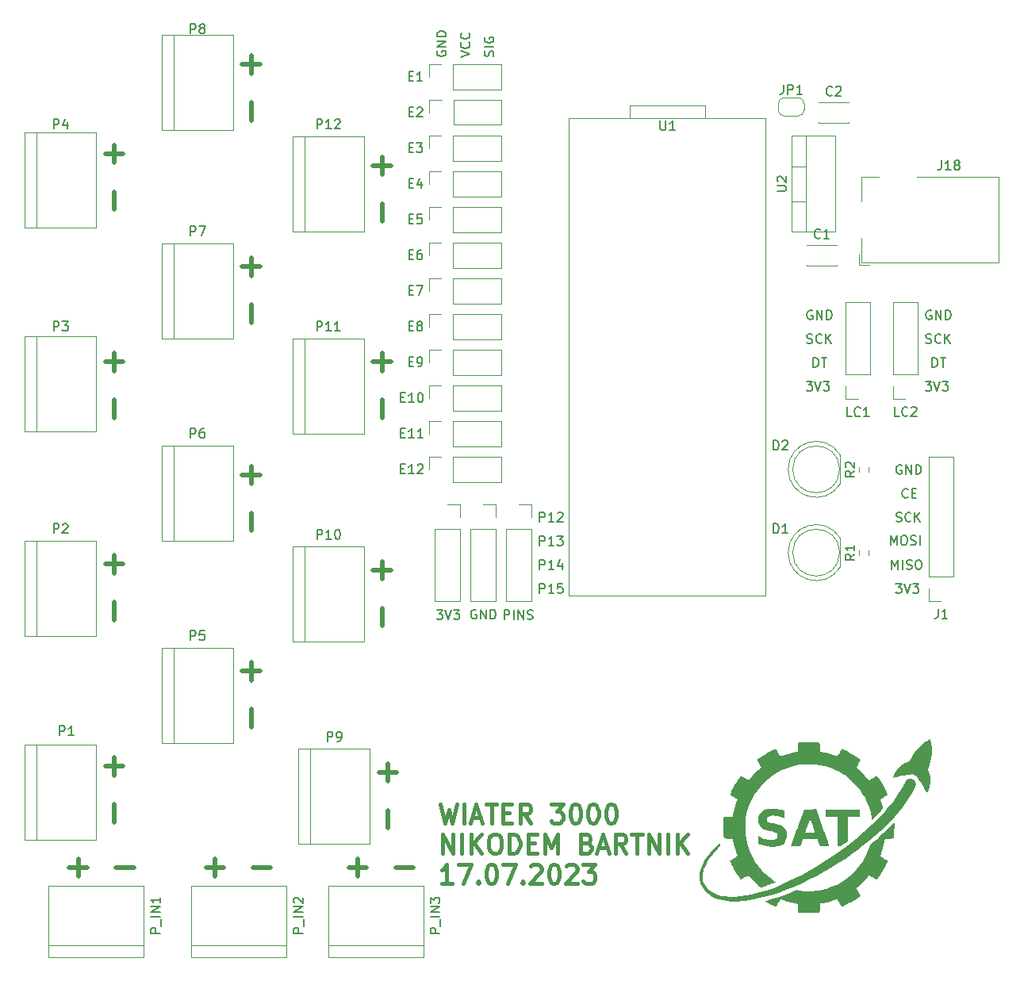
<source format=gbr>
%TF.GenerationSoftware,KiCad,Pcbnew,7.0.6*%
%TF.CreationDate,2023-07-18T10:57:58+02:00*%
%TF.ProjectId,PCB,5043422e-6b69-4636-9164-5f7063625858,rev?*%
%TF.SameCoordinates,Original*%
%TF.FileFunction,Legend,Top*%
%TF.FilePolarity,Positive*%
%FSLAX46Y46*%
G04 Gerber Fmt 4.6, Leading zero omitted, Abs format (unit mm)*
G04 Created by KiCad (PCBNEW 7.0.6) date 2023-07-18 10:57:58*
%MOMM*%
%LPD*%
G01*
G04 APERTURE LIST*
%ADD10C,0.150000*%
%ADD11C,0.500000*%
%ADD12C,0.400000*%
%ADD13C,0.120000*%
G04 APERTURE END LIST*
D10*
X121436695Y-100103561D02*
X122055742Y-100103561D01*
X122055742Y-100103561D02*
X121722409Y-100484513D01*
X121722409Y-100484513D02*
X121865266Y-100484513D01*
X121865266Y-100484513D02*
X121960504Y-100532132D01*
X121960504Y-100532132D02*
X122008123Y-100579751D01*
X122008123Y-100579751D02*
X122055742Y-100674989D01*
X122055742Y-100674989D02*
X122055742Y-100913084D01*
X122055742Y-100913084D02*
X122008123Y-101008322D01*
X122008123Y-101008322D02*
X121960504Y-101055942D01*
X121960504Y-101055942D02*
X121865266Y-101103561D01*
X121865266Y-101103561D02*
X121579552Y-101103561D01*
X121579552Y-101103561D02*
X121484314Y-101055942D01*
X121484314Y-101055942D02*
X121436695Y-101008322D01*
X122341457Y-100103561D02*
X122674790Y-101103561D01*
X122674790Y-101103561D02*
X123008123Y-100103561D01*
X123246219Y-100103561D02*
X123865266Y-100103561D01*
X123865266Y-100103561D02*
X123531933Y-100484513D01*
X123531933Y-100484513D02*
X123674790Y-100484513D01*
X123674790Y-100484513D02*
X123770028Y-100532132D01*
X123770028Y-100532132D02*
X123817647Y-100579751D01*
X123817647Y-100579751D02*
X123865266Y-100674989D01*
X123865266Y-100674989D02*
X123865266Y-100913084D01*
X123865266Y-100913084D02*
X123817647Y-101008322D01*
X123817647Y-101008322D02*
X123770028Y-101055942D01*
X123770028Y-101055942D02*
X123674790Y-101103561D01*
X123674790Y-101103561D02*
X123389076Y-101103561D01*
X123389076Y-101103561D02*
X123293838Y-101055942D01*
X123293838Y-101055942D02*
X123246219Y-101008322D01*
X128630397Y-101107958D02*
X128630397Y-100107958D01*
X128630397Y-100107958D02*
X129011349Y-100107958D01*
X129011349Y-100107958D02*
X129106587Y-100155577D01*
X129106587Y-100155577D02*
X129154206Y-100203196D01*
X129154206Y-100203196D02*
X129201825Y-100298434D01*
X129201825Y-100298434D02*
X129201825Y-100441291D01*
X129201825Y-100441291D02*
X129154206Y-100536529D01*
X129154206Y-100536529D02*
X129106587Y-100584148D01*
X129106587Y-100584148D02*
X129011349Y-100631767D01*
X129011349Y-100631767D02*
X128630397Y-100631767D01*
X129630397Y-101107958D02*
X129630397Y-100107958D01*
X130106587Y-101107958D02*
X130106587Y-100107958D01*
X130106587Y-100107958D02*
X130678015Y-101107958D01*
X130678015Y-101107958D02*
X130678015Y-100107958D01*
X131106587Y-101060339D02*
X131249444Y-101107958D01*
X131249444Y-101107958D02*
X131487539Y-101107958D01*
X131487539Y-101107958D02*
X131582777Y-101060339D01*
X131582777Y-101060339D02*
X131630396Y-101012719D01*
X131630396Y-101012719D02*
X131678015Y-100917481D01*
X131678015Y-100917481D02*
X131678015Y-100822243D01*
X131678015Y-100822243D02*
X131630396Y-100727005D01*
X131630396Y-100727005D02*
X131582777Y-100679386D01*
X131582777Y-100679386D02*
X131487539Y-100631767D01*
X131487539Y-100631767D02*
X131297063Y-100584148D01*
X131297063Y-100584148D02*
X131201825Y-100536529D01*
X131201825Y-100536529D02*
X131154206Y-100488910D01*
X131154206Y-100488910D02*
X131106587Y-100393672D01*
X131106587Y-100393672D02*
X131106587Y-100298434D01*
X131106587Y-100298434D02*
X131154206Y-100203196D01*
X131154206Y-100203196D02*
X131201825Y-100155577D01*
X131201825Y-100155577D02*
X131297063Y-100107958D01*
X131297063Y-100107958D02*
X131535158Y-100107958D01*
X131535158Y-100107958D02*
X131678015Y-100155577D01*
X125632683Y-100096225D02*
X125537445Y-100048606D01*
X125537445Y-100048606D02*
X125394588Y-100048606D01*
X125394588Y-100048606D02*
X125251731Y-100096225D01*
X125251731Y-100096225D02*
X125156493Y-100191463D01*
X125156493Y-100191463D02*
X125108874Y-100286701D01*
X125108874Y-100286701D02*
X125061255Y-100477177D01*
X125061255Y-100477177D02*
X125061255Y-100620034D01*
X125061255Y-100620034D02*
X125108874Y-100810510D01*
X125108874Y-100810510D02*
X125156493Y-100905748D01*
X125156493Y-100905748D02*
X125251731Y-101000987D01*
X125251731Y-101000987D02*
X125394588Y-101048606D01*
X125394588Y-101048606D02*
X125489826Y-101048606D01*
X125489826Y-101048606D02*
X125632683Y-101000987D01*
X125632683Y-101000987D02*
X125680302Y-100953367D01*
X125680302Y-100953367D02*
X125680302Y-100620034D01*
X125680302Y-100620034D02*
X125489826Y-100620034D01*
X126108874Y-101048606D02*
X126108874Y-100048606D01*
X126108874Y-100048606D02*
X126680302Y-101048606D01*
X126680302Y-101048606D02*
X126680302Y-100048606D01*
X127156493Y-101048606D02*
X127156493Y-100048606D01*
X127156493Y-100048606D02*
X127394588Y-100048606D01*
X127394588Y-100048606D02*
X127537445Y-100096225D01*
X127537445Y-100096225D02*
X127632683Y-100191463D01*
X127632683Y-100191463D02*
X127680302Y-100286701D01*
X127680302Y-100286701D02*
X127727921Y-100477177D01*
X127727921Y-100477177D02*
X127727921Y-100620034D01*
X127727921Y-100620034D02*
X127680302Y-100810510D01*
X127680302Y-100810510D02*
X127632683Y-100905748D01*
X127632683Y-100905748D02*
X127537445Y-101000987D01*
X127537445Y-101000987D02*
X127394588Y-101048606D01*
X127394588Y-101048606D02*
X127156493Y-101048606D01*
X127457200Y-40985839D02*
X127504819Y-40842982D01*
X127504819Y-40842982D02*
X127504819Y-40604887D01*
X127504819Y-40604887D02*
X127457200Y-40509649D01*
X127457200Y-40509649D02*
X127409580Y-40462030D01*
X127409580Y-40462030D02*
X127314342Y-40414411D01*
X127314342Y-40414411D02*
X127219104Y-40414411D01*
X127219104Y-40414411D02*
X127123866Y-40462030D01*
X127123866Y-40462030D02*
X127076247Y-40509649D01*
X127076247Y-40509649D02*
X127028628Y-40604887D01*
X127028628Y-40604887D02*
X126981009Y-40795363D01*
X126981009Y-40795363D02*
X126933390Y-40890601D01*
X126933390Y-40890601D02*
X126885771Y-40938220D01*
X126885771Y-40938220D02*
X126790533Y-40985839D01*
X126790533Y-40985839D02*
X126695295Y-40985839D01*
X126695295Y-40985839D02*
X126600057Y-40938220D01*
X126600057Y-40938220D02*
X126552438Y-40890601D01*
X126552438Y-40890601D02*
X126504819Y-40795363D01*
X126504819Y-40795363D02*
X126504819Y-40557268D01*
X126504819Y-40557268D02*
X126552438Y-40414411D01*
X127504819Y-39985839D02*
X126504819Y-39985839D01*
X126552438Y-38985840D02*
X126504819Y-39081078D01*
X126504819Y-39081078D02*
X126504819Y-39223935D01*
X126504819Y-39223935D02*
X126552438Y-39366792D01*
X126552438Y-39366792D02*
X126647676Y-39462030D01*
X126647676Y-39462030D02*
X126742914Y-39509649D01*
X126742914Y-39509649D02*
X126933390Y-39557268D01*
X126933390Y-39557268D02*
X127076247Y-39557268D01*
X127076247Y-39557268D02*
X127266723Y-39509649D01*
X127266723Y-39509649D02*
X127361961Y-39462030D01*
X127361961Y-39462030D02*
X127457200Y-39366792D01*
X127457200Y-39366792D02*
X127504819Y-39223935D01*
X127504819Y-39223935D02*
X127504819Y-39128697D01*
X127504819Y-39128697D02*
X127457200Y-38985840D01*
X127457200Y-38985840D02*
X127409580Y-38938221D01*
X127409580Y-38938221D02*
X127076247Y-38938221D01*
X127076247Y-38938221D02*
X127076247Y-39128697D01*
X123964819Y-41081077D02*
X124964819Y-40747744D01*
X124964819Y-40747744D02*
X123964819Y-40414411D01*
X124869580Y-39509649D02*
X124917200Y-39557268D01*
X124917200Y-39557268D02*
X124964819Y-39700125D01*
X124964819Y-39700125D02*
X124964819Y-39795363D01*
X124964819Y-39795363D02*
X124917200Y-39938220D01*
X124917200Y-39938220D02*
X124821961Y-40033458D01*
X124821961Y-40033458D02*
X124726723Y-40081077D01*
X124726723Y-40081077D02*
X124536247Y-40128696D01*
X124536247Y-40128696D02*
X124393390Y-40128696D01*
X124393390Y-40128696D02*
X124202914Y-40081077D01*
X124202914Y-40081077D02*
X124107676Y-40033458D01*
X124107676Y-40033458D02*
X124012438Y-39938220D01*
X124012438Y-39938220D02*
X123964819Y-39795363D01*
X123964819Y-39795363D02*
X123964819Y-39700125D01*
X123964819Y-39700125D02*
X124012438Y-39557268D01*
X124012438Y-39557268D02*
X124060057Y-39509649D01*
X124869580Y-38509649D02*
X124917200Y-38557268D01*
X124917200Y-38557268D02*
X124964819Y-38700125D01*
X124964819Y-38700125D02*
X124964819Y-38795363D01*
X124964819Y-38795363D02*
X124917200Y-38938220D01*
X124917200Y-38938220D02*
X124821961Y-39033458D01*
X124821961Y-39033458D02*
X124726723Y-39081077D01*
X124726723Y-39081077D02*
X124536247Y-39128696D01*
X124536247Y-39128696D02*
X124393390Y-39128696D01*
X124393390Y-39128696D02*
X124202914Y-39081077D01*
X124202914Y-39081077D02*
X124107676Y-39033458D01*
X124107676Y-39033458D02*
X124012438Y-38938220D01*
X124012438Y-38938220D02*
X123964819Y-38795363D01*
X123964819Y-38795363D02*
X123964819Y-38700125D01*
X123964819Y-38700125D02*
X124012438Y-38557268D01*
X124012438Y-38557268D02*
X124060057Y-38509649D01*
X121472438Y-40414411D02*
X121424819Y-40509649D01*
X121424819Y-40509649D02*
X121424819Y-40652506D01*
X121424819Y-40652506D02*
X121472438Y-40795363D01*
X121472438Y-40795363D02*
X121567676Y-40890601D01*
X121567676Y-40890601D02*
X121662914Y-40938220D01*
X121662914Y-40938220D02*
X121853390Y-40985839D01*
X121853390Y-40985839D02*
X121996247Y-40985839D01*
X121996247Y-40985839D02*
X122186723Y-40938220D01*
X122186723Y-40938220D02*
X122281961Y-40890601D01*
X122281961Y-40890601D02*
X122377200Y-40795363D01*
X122377200Y-40795363D02*
X122424819Y-40652506D01*
X122424819Y-40652506D02*
X122424819Y-40557268D01*
X122424819Y-40557268D02*
X122377200Y-40414411D01*
X122377200Y-40414411D02*
X122329580Y-40366792D01*
X122329580Y-40366792D02*
X121996247Y-40366792D01*
X121996247Y-40366792D02*
X121996247Y-40557268D01*
X122424819Y-39938220D02*
X121424819Y-39938220D01*
X121424819Y-39938220D02*
X122424819Y-39366792D01*
X122424819Y-39366792D02*
X121424819Y-39366792D01*
X122424819Y-38890601D02*
X121424819Y-38890601D01*
X121424819Y-38890601D02*
X121424819Y-38652506D01*
X121424819Y-38652506D02*
X121472438Y-38509649D01*
X121472438Y-38509649D02*
X121567676Y-38414411D01*
X121567676Y-38414411D02*
X121662914Y-38366792D01*
X121662914Y-38366792D02*
X121853390Y-38319173D01*
X121853390Y-38319173D02*
X121996247Y-38319173D01*
X121996247Y-38319173D02*
X122186723Y-38366792D01*
X122186723Y-38366792D02*
X122281961Y-38414411D01*
X122281961Y-38414411D02*
X122377200Y-38509649D01*
X122377200Y-38509649D02*
X122424819Y-38652506D01*
X122424819Y-38652506D02*
X122424819Y-38890601D01*
D11*
X115584333Y-51724185D02*
X115584333Y-53628947D01*
X114631952Y-52676566D02*
X116536714Y-52676566D01*
X115584333Y-56724185D02*
X115584333Y-58628947D01*
X115584333Y-72679185D02*
X115584333Y-74583947D01*
X114631952Y-73631566D02*
X116536714Y-73631566D01*
X115584333Y-77679185D02*
X115584333Y-79583947D01*
X115584333Y-94904185D02*
X115584333Y-96808947D01*
X114631952Y-95856566D02*
X116536714Y-95856566D01*
X115584333Y-99904185D02*
X115584333Y-101808947D01*
X116219333Y-116494185D02*
X116219333Y-118398947D01*
X115266952Y-117446566D02*
X117171714Y-117446566D01*
X116219333Y-121494185D02*
X116219333Y-123398947D01*
X101614333Y-105699185D02*
X101614333Y-107603947D01*
X100661952Y-106651566D02*
X102566714Y-106651566D01*
X101614333Y-110699185D02*
X101614333Y-112603947D01*
X101614333Y-84744185D02*
X101614333Y-86648947D01*
X100661952Y-85696566D02*
X102566714Y-85696566D01*
X101614333Y-89744185D02*
X101614333Y-91648947D01*
X101614333Y-62519185D02*
X101614333Y-64423947D01*
X100661952Y-63471566D02*
X102566714Y-63471566D01*
X101614333Y-67519185D02*
X101614333Y-69423947D01*
X101614333Y-40929185D02*
X101614333Y-42833947D01*
X100661952Y-41881566D02*
X102566714Y-41881566D01*
X101614333Y-45929185D02*
X101614333Y-47833947D01*
X87009333Y-50454185D02*
X87009333Y-52358947D01*
X86056952Y-51406566D02*
X87961714Y-51406566D01*
X87009333Y-55454185D02*
X87009333Y-57358947D01*
X87009333Y-72679185D02*
X87009333Y-74583947D01*
X86056952Y-73631566D02*
X87961714Y-73631566D01*
X87009333Y-77679185D02*
X87009333Y-79583947D01*
X87009333Y-94269185D02*
X87009333Y-96173947D01*
X86056952Y-95221566D02*
X87961714Y-95221566D01*
X87009333Y-99269185D02*
X87009333Y-101173947D01*
X87009333Y-115859185D02*
X87009333Y-117763947D01*
X86056952Y-116811566D02*
X87961714Y-116811566D01*
X87009333Y-120859185D02*
X87009333Y-122763947D01*
X112049185Y-127620666D02*
X113953947Y-127620666D01*
X113001566Y-128573047D02*
X113001566Y-126668285D01*
X117049185Y-127620666D02*
X118953947Y-127620666D01*
X96809185Y-127620666D02*
X98713947Y-127620666D01*
X97761566Y-128573047D02*
X97761566Y-126668285D01*
X101809185Y-127620666D02*
X103713947Y-127620666D01*
X82204185Y-127620666D02*
X84108947Y-127620666D01*
X83156566Y-128573047D02*
X83156566Y-126668285D01*
X87204185Y-127620666D02*
X89108947Y-127620666D01*
D10*
X132416779Y-98294819D02*
X132416779Y-97294819D01*
X132416779Y-97294819D02*
X132797731Y-97294819D01*
X132797731Y-97294819D02*
X132892969Y-97342438D01*
X132892969Y-97342438D02*
X132940588Y-97390057D01*
X132940588Y-97390057D02*
X132988207Y-97485295D01*
X132988207Y-97485295D02*
X132988207Y-97628152D01*
X132988207Y-97628152D02*
X132940588Y-97723390D01*
X132940588Y-97723390D02*
X132892969Y-97771009D01*
X132892969Y-97771009D02*
X132797731Y-97818628D01*
X132797731Y-97818628D02*
X132416779Y-97818628D01*
X133940588Y-98294819D02*
X133369160Y-98294819D01*
X133654874Y-98294819D02*
X133654874Y-97294819D01*
X133654874Y-97294819D02*
X133559636Y-97437676D01*
X133559636Y-97437676D02*
X133464398Y-97532914D01*
X133464398Y-97532914D02*
X133369160Y-97580533D01*
X134845350Y-97294819D02*
X134369160Y-97294819D01*
X134369160Y-97294819D02*
X134321541Y-97771009D01*
X134321541Y-97771009D02*
X134369160Y-97723390D01*
X134369160Y-97723390D02*
X134464398Y-97675771D01*
X134464398Y-97675771D02*
X134702493Y-97675771D01*
X134702493Y-97675771D02*
X134797731Y-97723390D01*
X134797731Y-97723390D02*
X134845350Y-97771009D01*
X134845350Y-97771009D02*
X134892969Y-97866247D01*
X134892969Y-97866247D02*
X134892969Y-98104342D01*
X134892969Y-98104342D02*
X134845350Y-98199580D01*
X134845350Y-98199580D02*
X134797731Y-98247200D01*
X134797731Y-98247200D02*
X134702493Y-98294819D01*
X134702493Y-98294819D02*
X134464398Y-98294819D01*
X134464398Y-98294819D02*
X134369160Y-98247200D01*
X134369160Y-98247200D02*
X134321541Y-98199580D01*
X132416779Y-95754819D02*
X132416779Y-94754819D01*
X132416779Y-94754819D02*
X132797731Y-94754819D01*
X132797731Y-94754819D02*
X132892969Y-94802438D01*
X132892969Y-94802438D02*
X132940588Y-94850057D01*
X132940588Y-94850057D02*
X132988207Y-94945295D01*
X132988207Y-94945295D02*
X132988207Y-95088152D01*
X132988207Y-95088152D02*
X132940588Y-95183390D01*
X132940588Y-95183390D02*
X132892969Y-95231009D01*
X132892969Y-95231009D02*
X132797731Y-95278628D01*
X132797731Y-95278628D02*
X132416779Y-95278628D01*
X133940588Y-95754819D02*
X133369160Y-95754819D01*
X133654874Y-95754819D02*
X133654874Y-94754819D01*
X133654874Y-94754819D02*
X133559636Y-94897676D01*
X133559636Y-94897676D02*
X133464398Y-94992914D01*
X133464398Y-94992914D02*
X133369160Y-95040533D01*
X134797731Y-95088152D02*
X134797731Y-95754819D01*
X134559636Y-94707200D02*
X134321541Y-95421485D01*
X134321541Y-95421485D02*
X134940588Y-95421485D01*
X132416779Y-93214819D02*
X132416779Y-92214819D01*
X132416779Y-92214819D02*
X132797731Y-92214819D01*
X132797731Y-92214819D02*
X132892969Y-92262438D01*
X132892969Y-92262438D02*
X132940588Y-92310057D01*
X132940588Y-92310057D02*
X132988207Y-92405295D01*
X132988207Y-92405295D02*
X132988207Y-92548152D01*
X132988207Y-92548152D02*
X132940588Y-92643390D01*
X132940588Y-92643390D02*
X132892969Y-92691009D01*
X132892969Y-92691009D02*
X132797731Y-92738628D01*
X132797731Y-92738628D02*
X132416779Y-92738628D01*
X133940588Y-93214819D02*
X133369160Y-93214819D01*
X133654874Y-93214819D02*
X133654874Y-92214819D01*
X133654874Y-92214819D02*
X133559636Y-92357676D01*
X133559636Y-92357676D02*
X133464398Y-92452914D01*
X133464398Y-92452914D02*
X133369160Y-92500533D01*
X134273922Y-92214819D02*
X134892969Y-92214819D01*
X134892969Y-92214819D02*
X134559636Y-92595771D01*
X134559636Y-92595771D02*
X134702493Y-92595771D01*
X134702493Y-92595771D02*
X134797731Y-92643390D01*
X134797731Y-92643390D02*
X134845350Y-92691009D01*
X134845350Y-92691009D02*
X134892969Y-92786247D01*
X134892969Y-92786247D02*
X134892969Y-93024342D01*
X134892969Y-93024342D02*
X134845350Y-93119580D01*
X134845350Y-93119580D02*
X134797731Y-93167200D01*
X134797731Y-93167200D02*
X134702493Y-93214819D01*
X134702493Y-93214819D02*
X134416779Y-93214819D01*
X134416779Y-93214819D02*
X134321541Y-93167200D01*
X134321541Y-93167200D02*
X134273922Y-93119580D01*
X132416779Y-90674819D02*
X132416779Y-89674819D01*
X132416779Y-89674819D02*
X132797731Y-89674819D01*
X132797731Y-89674819D02*
X132892969Y-89722438D01*
X132892969Y-89722438D02*
X132940588Y-89770057D01*
X132940588Y-89770057D02*
X132988207Y-89865295D01*
X132988207Y-89865295D02*
X132988207Y-90008152D01*
X132988207Y-90008152D02*
X132940588Y-90103390D01*
X132940588Y-90103390D02*
X132892969Y-90151009D01*
X132892969Y-90151009D02*
X132797731Y-90198628D01*
X132797731Y-90198628D02*
X132416779Y-90198628D01*
X133940588Y-90674819D02*
X133369160Y-90674819D01*
X133654874Y-90674819D02*
X133654874Y-89674819D01*
X133654874Y-89674819D02*
X133559636Y-89817676D01*
X133559636Y-89817676D02*
X133464398Y-89912914D01*
X133464398Y-89912914D02*
X133369160Y-89960533D01*
X134321541Y-89770057D02*
X134369160Y-89722438D01*
X134369160Y-89722438D02*
X134464398Y-89674819D01*
X134464398Y-89674819D02*
X134702493Y-89674819D01*
X134702493Y-89674819D02*
X134797731Y-89722438D01*
X134797731Y-89722438D02*
X134845350Y-89770057D01*
X134845350Y-89770057D02*
X134892969Y-89865295D01*
X134892969Y-89865295D02*
X134892969Y-89960533D01*
X134892969Y-89960533D02*
X134845350Y-90103390D01*
X134845350Y-90103390D02*
X134273922Y-90674819D01*
X134273922Y-90674819D02*
X134892969Y-90674819D01*
X169871938Y-93161746D02*
X169871938Y-92161746D01*
X169871938Y-92161746D02*
X170205271Y-92876031D01*
X170205271Y-92876031D02*
X170538604Y-92161746D01*
X170538604Y-92161746D02*
X170538604Y-93161746D01*
X171205271Y-92161746D02*
X171395747Y-92161746D01*
X171395747Y-92161746D02*
X171490985Y-92209365D01*
X171490985Y-92209365D02*
X171586223Y-92304603D01*
X171586223Y-92304603D02*
X171633842Y-92495079D01*
X171633842Y-92495079D02*
X171633842Y-92828412D01*
X171633842Y-92828412D02*
X171586223Y-93018888D01*
X171586223Y-93018888D02*
X171490985Y-93114127D01*
X171490985Y-93114127D02*
X171395747Y-93161746D01*
X171395747Y-93161746D02*
X171205271Y-93161746D01*
X171205271Y-93161746D02*
X171110033Y-93114127D01*
X171110033Y-93114127D02*
X171014795Y-93018888D01*
X171014795Y-93018888D02*
X170967176Y-92828412D01*
X170967176Y-92828412D02*
X170967176Y-92495079D01*
X170967176Y-92495079D02*
X171014795Y-92304603D01*
X171014795Y-92304603D02*
X171110033Y-92209365D01*
X171110033Y-92209365D02*
X171205271Y-92161746D01*
X172014795Y-93114127D02*
X172157652Y-93161746D01*
X172157652Y-93161746D02*
X172395747Y-93161746D01*
X172395747Y-93161746D02*
X172490985Y-93114127D01*
X172490985Y-93114127D02*
X172538604Y-93066507D01*
X172538604Y-93066507D02*
X172586223Y-92971269D01*
X172586223Y-92971269D02*
X172586223Y-92876031D01*
X172586223Y-92876031D02*
X172538604Y-92780793D01*
X172538604Y-92780793D02*
X172490985Y-92733174D01*
X172490985Y-92733174D02*
X172395747Y-92685555D01*
X172395747Y-92685555D02*
X172205271Y-92637936D01*
X172205271Y-92637936D02*
X172110033Y-92590317D01*
X172110033Y-92590317D02*
X172062414Y-92542698D01*
X172062414Y-92542698D02*
X172014795Y-92447460D01*
X172014795Y-92447460D02*
X172014795Y-92352222D01*
X172014795Y-92352222D02*
X172062414Y-92256984D01*
X172062414Y-92256984D02*
X172110033Y-92209365D01*
X172110033Y-92209365D02*
X172205271Y-92161746D01*
X172205271Y-92161746D02*
X172443366Y-92161746D01*
X172443366Y-92161746D02*
X172586223Y-92209365D01*
X173014795Y-93161746D02*
X173014795Y-92161746D01*
X171040588Y-84642438D02*
X170945350Y-84594819D01*
X170945350Y-84594819D02*
X170802493Y-84594819D01*
X170802493Y-84594819D02*
X170659636Y-84642438D01*
X170659636Y-84642438D02*
X170564398Y-84737676D01*
X170564398Y-84737676D02*
X170516779Y-84832914D01*
X170516779Y-84832914D02*
X170469160Y-85023390D01*
X170469160Y-85023390D02*
X170469160Y-85166247D01*
X170469160Y-85166247D02*
X170516779Y-85356723D01*
X170516779Y-85356723D02*
X170564398Y-85451961D01*
X170564398Y-85451961D02*
X170659636Y-85547200D01*
X170659636Y-85547200D02*
X170802493Y-85594819D01*
X170802493Y-85594819D02*
X170897731Y-85594819D01*
X170897731Y-85594819D02*
X171040588Y-85547200D01*
X171040588Y-85547200D02*
X171088207Y-85499580D01*
X171088207Y-85499580D02*
X171088207Y-85166247D01*
X171088207Y-85166247D02*
X170897731Y-85166247D01*
X171516779Y-85594819D02*
X171516779Y-84594819D01*
X171516779Y-84594819D02*
X172088207Y-85594819D01*
X172088207Y-85594819D02*
X172088207Y-84594819D01*
X172564398Y-85594819D02*
X172564398Y-84594819D01*
X172564398Y-84594819D02*
X172802493Y-84594819D01*
X172802493Y-84594819D02*
X172945350Y-84642438D01*
X172945350Y-84642438D02*
X173040588Y-84737676D01*
X173040588Y-84737676D02*
X173088207Y-84832914D01*
X173088207Y-84832914D02*
X173135826Y-85023390D01*
X173135826Y-85023390D02*
X173135826Y-85166247D01*
X173135826Y-85166247D02*
X173088207Y-85356723D01*
X173088207Y-85356723D02*
X173040588Y-85451961D01*
X173040588Y-85451961D02*
X172945350Y-85547200D01*
X172945350Y-85547200D02*
X172802493Y-85594819D01*
X172802493Y-85594819D02*
X172564398Y-85594819D01*
X174215588Y-68132438D02*
X174120350Y-68084819D01*
X174120350Y-68084819D02*
X173977493Y-68084819D01*
X173977493Y-68084819D02*
X173834636Y-68132438D01*
X173834636Y-68132438D02*
X173739398Y-68227676D01*
X173739398Y-68227676D02*
X173691779Y-68322914D01*
X173691779Y-68322914D02*
X173644160Y-68513390D01*
X173644160Y-68513390D02*
X173644160Y-68656247D01*
X173644160Y-68656247D02*
X173691779Y-68846723D01*
X173691779Y-68846723D02*
X173739398Y-68941961D01*
X173739398Y-68941961D02*
X173834636Y-69037200D01*
X173834636Y-69037200D02*
X173977493Y-69084819D01*
X173977493Y-69084819D02*
X174072731Y-69084819D01*
X174072731Y-69084819D02*
X174215588Y-69037200D01*
X174215588Y-69037200D02*
X174263207Y-68989580D01*
X174263207Y-68989580D02*
X174263207Y-68656247D01*
X174263207Y-68656247D02*
X174072731Y-68656247D01*
X174691779Y-69084819D02*
X174691779Y-68084819D01*
X174691779Y-68084819D02*
X175263207Y-69084819D01*
X175263207Y-69084819D02*
X175263207Y-68084819D01*
X175739398Y-69084819D02*
X175739398Y-68084819D01*
X175739398Y-68084819D02*
X175977493Y-68084819D01*
X175977493Y-68084819D02*
X176120350Y-68132438D01*
X176120350Y-68132438D02*
X176215588Y-68227676D01*
X176215588Y-68227676D02*
X176263207Y-68322914D01*
X176263207Y-68322914D02*
X176310826Y-68513390D01*
X176310826Y-68513390D02*
X176310826Y-68656247D01*
X176310826Y-68656247D02*
X176263207Y-68846723D01*
X176263207Y-68846723D02*
X176215588Y-68941961D01*
X176215588Y-68941961D02*
X176120350Y-69037200D01*
X176120350Y-69037200D02*
X175977493Y-69084819D01*
X175977493Y-69084819D02*
X175739398Y-69084819D01*
X170421541Y-97294819D02*
X171040588Y-97294819D01*
X171040588Y-97294819D02*
X170707255Y-97675771D01*
X170707255Y-97675771D02*
X170850112Y-97675771D01*
X170850112Y-97675771D02*
X170945350Y-97723390D01*
X170945350Y-97723390D02*
X170992969Y-97771009D01*
X170992969Y-97771009D02*
X171040588Y-97866247D01*
X171040588Y-97866247D02*
X171040588Y-98104342D01*
X171040588Y-98104342D02*
X170992969Y-98199580D01*
X170992969Y-98199580D02*
X170945350Y-98247200D01*
X170945350Y-98247200D02*
X170850112Y-98294819D01*
X170850112Y-98294819D02*
X170564398Y-98294819D01*
X170564398Y-98294819D02*
X170469160Y-98247200D01*
X170469160Y-98247200D02*
X170421541Y-98199580D01*
X171326303Y-97294819D02*
X171659636Y-98294819D01*
X171659636Y-98294819D02*
X171992969Y-97294819D01*
X172231065Y-97294819D02*
X172850112Y-97294819D01*
X172850112Y-97294819D02*
X172516779Y-97675771D01*
X172516779Y-97675771D02*
X172659636Y-97675771D01*
X172659636Y-97675771D02*
X172754874Y-97723390D01*
X172754874Y-97723390D02*
X172802493Y-97771009D01*
X172802493Y-97771009D02*
X172850112Y-97866247D01*
X172850112Y-97866247D02*
X172850112Y-98104342D01*
X172850112Y-98104342D02*
X172802493Y-98199580D01*
X172802493Y-98199580D02*
X172754874Y-98247200D01*
X172754874Y-98247200D02*
X172659636Y-98294819D01*
X172659636Y-98294819D02*
X172373922Y-98294819D01*
X172373922Y-98294819D02*
X172278684Y-98247200D01*
X172278684Y-98247200D02*
X172231065Y-98199580D01*
X174326779Y-74164819D02*
X174326779Y-73164819D01*
X174326779Y-73164819D02*
X174564874Y-73164819D01*
X174564874Y-73164819D02*
X174707731Y-73212438D01*
X174707731Y-73212438D02*
X174802969Y-73307676D01*
X174802969Y-73307676D02*
X174850588Y-73402914D01*
X174850588Y-73402914D02*
X174898207Y-73593390D01*
X174898207Y-73593390D02*
X174898207Y-73736247D01*
X174898207Y-73736247D02*
X174850588Y-73926723D01*
X174850588Y-73926723D02*
X174802969Y-74021961D01*
X174802969Y-74021961D02*
X174707731Y-74117200D01*
X174707731Y-74117200D02*
X174564874Y-74164819D01*
X174564874Y-74164819D02*
X174326779Y-74164819D01*
X175183922Y-73164819D02*
X175755350Y-73164819D01*
X175469636Y-74164819D02*
X175469636Y-73164819D01*
D12*
X121833871Y-120834438D02*
X122310061Y-122834438D01*
X122310061Y-122834438D02*
X122691014Y-121405866D01*
X122691014Y-121405866D02*
X123071966Y-122834438D01*
X123071966Y-122834438D02*
X123548157Y-120834438D01*
X124310061Y-122834438D02*
X124310061Y-120834438D01*
X125167204Y-122263009D02*
X126119585Y-122263009D01*
X124976728Y-122834438D02*
X125643394Y-120834438D01*
X125643394Y-120834438D02*
X126310061Y-122834438D01*
X126691014Y-120834438D02*
X127833871Y-120834438D01*
X127262442Y-122834438D02*
X127262442Y-120834438D01*
X128500538Y-121786819D02*
X129167205Y-121786819D01*
X129452919Y-122834438D02*
X128500538Y-122834438D01*
X128500538Y-122834438D02*
X128500538Y-120834438D01*
X128500538Y-120834438D02*
X129452919Y-120834438D01*
X131452919Y-122834438D02*
X130786252Y-121882057D01*
X130310062Y-122834438D02*
X130310062Y-120834438D01*
X130310062Y-120834438D02*
X131071967Y-120834438D01*
X131071967Y-120834438D02*
X131262443Y-120929676D01*
X131262443Y-120929676D02*
X131357681Y-121024914D01*
X131357681Y-121024914D02*
X131452919Y-121215390D01*
X131452919Y-121215390D02*
X131452919Y-121501104D01*
X131452919Y-121501104D02*
X131357681Y-121691580D01*
X131357681Y-121691580D02*
X131262443Y-121786819D01*
X131262443Y-121786819D02*
X131071967Y-121882057D01*
X131071967Y-121882057D02*
X130310062Y-121882057D01*
X133643396Y-120834438D02*
X134881491Y-120834438D01*
X134881491Y-120834438D02*
X134214824Y-121596342D01*
X134214824Y-121596342D02*
X134500539Y-121596342D01*
X134500539Y-121596342D02*
X134691015Y-121691580D01*
X134691015Y-121691580D02*
X134786253Y-121786819D01*
X134786253Y-121786819D02*
X134881491Y-121977295D01*
X134881491Y-121977295D02*
X134881491Y-122453485D01*
X134881491Y-122453485D02*
X134786253Y-122643961D01*
X134786253Y-122643961D02*
X134691015Y-122739200D01*
X134691015Y-122739200D02*
X134500539Y-122834438D01*
X134500539Y-122834438D02*
X133929110Y-122834438D01*
X133929110Y-122834438D02*
X133738634Y-122739200D01*
X133738634Y-122739200D02*
X133643396Y-122643961D01*
X136119586Y-120834438D02*
X136310063Y-120834438D01*
X136310063Y-120834438D02*
X136500539Y-120929676D01*
X136500539Y-120929676D02*
X136595777Y-121024914D01*
X136595777Y-121024914D02*
X136691015Y-121215390D01*
X136691015Y-121215390D02*
X136786253Y-121596342D01*
X136786253Y-121596342D02*
X136786253Y-122072533D01*
X136786253Y-122072533D02*
X136691015Y-122453485D01*
X136691015Y-122453485D02*
X136595777Y-122643961D01*
X136595777Y-122643961D02*
X136500539Y-122739200D01*
X136500539Y-122739200D02*
X136310063Y-122834438D01*
X136310063Y-122834438D02*
X136119586Y-122834438D01*
X136119586Y-122834438D02*
X135929110Y-122739200D01*
X135929110Y-122739200D02*
X135833872Y-122643961D01*
X135833872Y-122643961D02*
X135738634Y-122453485D01*
X135738634Y-122453485D02*
X135643396Y-122072533D01*
X135643396Y-122072533D02*
X135643396Y-121596342D01*
X135643396Y-121596342D02*
X135738634Y-121215390D01*
X135738634Y-121215390D02*
X135833872Y-121024914D01*
X135833872Y-121024914D02*
X135929110Y-120929676D01*
X135929110Y-120929676D02*
X136119586Y-120834438D01*
X138024348Y-120834438D02*
X138214825Y-120834438D01*
X138214825Y-120834438D02*
X138405301Y-120929676D01*
X138405301Y-120929676D02*
X138500539Y-121024914D01*
X138500539Y-121024914D02*
X138595777Y-121215390D01*
X138595777Y-121215390D02*
X138691015Y-121596342D01*
X138691015Y-121596342D02*
X138691015Y-122072533D01*
X138691015Y-122072533D02*
X138595777Y-122453485D01*
X138595777Y-122453485D02*
X138500539Y-122643961D01*
X138500539Y-122643961D02*
X138405301Y-122739200D01*
X138405301Y-122739200D02*
X138214825Y-122834438D01*
X138214825Y-122834438D02*
X138024348Y-122834438D01*
X138024348Y-122834438D02*
X137833872Y-122739200D01*
X137833872Y-122739200D02*
X137738634Y-122643961D01*
X137738634Y-122643961D02*
X137643396Y-122453485D01*
X137643396Y-122453485D02*
X137548158Y-122072533D01*
X137548158Y-122072533D02*
X137548158Y-121596342D01*
X137548158Y-121596342D02*
X137643396Y-121215390D01*
X137643396Y-121215390D02*
X137738634Y-121024914D01*
X137738634Y-121024914D02*
X137833872Y-120929676D01*
X137833872Y-120929676D02*
X138024348Y-120834438D01*
X139929110Y-120834438D02*
X140119587Y-120834438D01*
X140119587Y-120834438D02*
X140310063Y-120929676D01*
X140310063Y-120929676D02*
X140405301Y-121024914D01*
X140405301Y-121024914D02*
X140500539Y-121215390D01*
X140500539Y-121215390D02*
X140595777Y-121596342D01*
X140595777Y-121596342D02*
X140595777Y-122072533D01*
X140595777Y-122072533D02*
X140500539Y-122453485D01*
X140500539Y-122453485D02*
X140405301Y-122643961D01*
X140405301Y-122643961D02*
X140310063Y-122739200D01*
X140310063Y-122739200D02*
X140119587Y-122834438D01*
X140119587Y-122834438D02*
X139929110Y-122834438D01*
X139929110Y-122834438D02*
X139738634Y-122739200D01*
X139738634Y-122739200D02*
X139643396Y-122643961D01*
X139643396Y-122643961D02*
X139548158Y-122453485D01*
X139548158Y-122453485D02*
X139452920Y-122072533D01*
X139452920Y-122072533D02*
X139452920Y-121596342D01*
X139452920Y-121596342D02*
X139548158Y-121215390D01*
X139548158Y-121215390D02*
X139643396Y-121024914D01*
X139643396Y-121024914D02*
X139738634Y-120929676D01*
X139738634Y-120929676D02*
X139929110Y-120834438D01*
X122024347Y-126054438D02*
X122024347Y-124054438D01*
X122024347Y-124054438D02*
X123167204Y-126054438D01*
X123167204Y-126054438D02*
X123167204Y-124054438D01*
X124119585Y-126054438D02*
X124119585Y-124054438D01*
X125071966Y-126054438D02*
X125071966Y-124054438D01*
X126214823Y-126054438D02*
X125357680Y-124911580D01*
X126214823Y-124054438D02*
X125071966Y-125197295D01*
X127452918Y-124054438D02*
X127833871Y-124054438D01*
X127833871Y-124054438D02*
X128024347Y-124149676D01*
X128024347Y-124149676D02*
X128214823Y-124340152D01*
X128214823Y-124340152D02*
X128310061Y-124721104D01*
X128310061Y-124721104D02*
X128310061Y-125387771D01*
X128310061Y-125387771D02*
X128214823Y-125768723D01*
X128214823Y-125768723D02*
X128024347Y-125959200D01*
X128024347Y-125959200D02*
X127833871Y-126054438D01*
X127833871Y-126054438D02*
X127452918Y-126054438D01*
X127452918Y-126054438D02*
X127262442Y-125959200D01*
X127262442Y-125959200D02*
X127071966Y-125768723D01*
X127071966Y-125768723D02*
X126976728Y-125387771D01*
X126976728Y-125387771D02*
X126976728Y-124721104D01*
X126976728Y-124721104D02*
X127071966Y-124340152D01*
X127071966Y-124340152D02*
X127262442Y-124149676D01*
X127262442Y-124149676D02*
X127452918Y-124054438D01*
X129167204Y-126054438D02*
X129167204Y-124054438D01*
X129167204Y-124054438D02*
X129643394Y-124054438D01*
X129643394Y-124054438D02*
X129929109Y-124149676D01*
X129929109Y-124149676D02*
X130119585Y-124340152D01*
X130119585Y-124340152D02*
X130214823Y-124530628D01*
X130214823Y-124530628D02*
X130310061Y-124911580D01*
X130310061Y-124911580D02*
X130310061Y-125197295D01*
X130310061Y-125197295D02*
X130214823Y-125578247D01*
X130214823Y-125578247D02*
X130119585Y-125768723D01*
X130119585Y-125768723D02*
X129929109Y-125959200D01*
X129929109Y-125959200D02*
X129643394Y-126054438D01*
X129643394Y-126054438D02*
X129167204Y-126054438D01*
X131167204Y-125006819D02*
X131833871Y-125006819D01*
X132119585Y-126054438D02*
X131167204Y-126054438D01*
X131167204Y-126054438D02*
X131167204Y-124054438D01*
X131167204Y-124054438D02*
X132119585Y-124054438D01*
X132976728Y-126054438D02*
X132976728Y-124054438D01*
X132976728Y-124054438D02*
X133643395Y-125483009D01*
X133643395Y-125483009D02*
X134310061Y-124054438D01*
X134310061Y-124054438D02*
X134310061Y-126054438D01*
X137452919Y-125006819D02*
X137738633Y-125102057D01*
X137738633Y-125102057D02*
X137833871Y-125197295D01*
X137833871Y-125197295D02*
X137929109Y-125387771D01*
X137929109Y-125387771D02*
X137929109Y-125673485D01*
X137929109Y-125673485D02*
X137833871Y-125863961D01*
X137833871Y-125863961D02*
X137738633Y-125959200D01*
X137738633Y-125959200D02*
X137548157Y-126054438D01*
X137548157Y-126054438D02*
X136786252Y-126054438D01*
X136786252Y-126054438D02*
X136786252Y-124054438D01*
X136786252Y-124054438D02*
X137452919Y-124054438D01*
X137452919Y-124054438D02*
X137643395Y-124149676D01*
X137643395Y-124149676D02*
X137738633Y-124244914D01*
X137738633Y-124244914D02*
X137833871Y-124435390D01*
X137833871Y-124435390D02*
X137833871Y-124625866D01*
X137833871Y-124625866D02*
X137738633Y-124816342D01*
X137738633Y-124816342D02*
X137643395Y-124911580D01*
X137643395Y-124911580D02*
X137452919Y-125006819D01*
X137452919Y-125006819D02*
X136786252Y-125006819D01*
X138691014Y-125483009D02*
X139643395Y-125483009D01*
X138500538Y-126054438D02*
X139167204Y-124054438D01*
X139167204Y-124054438D02*
X139833871Y-126054438D01*
X141643395Y-126054438D02*
X140976728Y-125102057D01*
X140500538Y-126054438D02*
X140500538Y-124054438D01*
X140500538Y-124054438D02*
X141262443Y-124054438D01*
X141262443Y-124054438D02*
X141452919Y-124149676D01*
X141452919Y-124149676D02*
X141548157Y-124244914D01*
X141548157Y-124244914D02*
X141643395Y-124435390D01*
X141643395Y-124435390D02*
X141643395Y-124721104D01*
X141643395Y-124721104D02*
X141548157Y-124911580D01*
X141548157Y-124911580D02*
X141452919Y-125006819D01*
X141452919Y-125006819D02*
X141262443Y-125102057D01*
X141262443Y-125102057D02*
X140500538Y-125102057D01*
X142214824Y-124054438D02*
X143357681Y-124054438D01*
X142786252Y-126054438D02*
X142786252Y-124054438D01*
X144024348Y-126054438D02*
X144024348Y-124054438D01*
X144024348Y-124054438D02*
X145167205Y-126054438D01*
X145167205Y-126054438D02*
X145167205Y-124054438D01*
X146119586Y-126054438D02*
X146119586Y-124054438D01*
X147071967Y-126054438D02*
X147071967Y-124054438D01*
X148214824Y-126054438D02*
X147357681Y-124911580D01*
X148214824Y-124054438D02*
X147071967Y-125197295D01*
X123071966Y-129274438D02*
X121929109Y-129274438D01*
X122500537Y-129274438D02*
X122500537Y-127274438D01*
X122500537Y-127274438D02*
X122310061Y-127560152D01*
X122310061Y-127560152D02*
X122119585Y-127750628D01*
X122119585Y-127750628D02*
X121929109Y-127845866D01*
X123738633Y-127274438D02*
X125071966Y-127274438D01*
X125071966Y-127274438D02*
X124214823Y-129274438D01*
X125833871Y-129083961D02*
X125929109Y-129179200D01*
X125929109Y-129179200D02*
X125833871Y-129274438D01*
X125833871Y-129274438D02*
X125738633Y-129179200D01*
X125738633Y-129179200D02*
X125833871Y-129083961D01*
X125833871Y-129083961D02*
X125833871Y-129274438D01*
X127167204Y-127274438D02*
X127357681Y-127274438D01*
X127357681Y-127274438D02*
X127548157Y-127369676D01*
X127548157Y-127369676D02*
X127643395Y-127464914D01*
X127643395Y-127464914D02*
X127738633Y-127655390D01*
X127738633Y-127655390D02*
X127833871Y-128036342D01*
X127833871Y-128036342D02*
X127833871Y-128512533D01*
X127833871Y-128512533D02*
X127738633Y-128893485D01*
X127738633Y-128893485D02*
X127643395Y-129083961D01*
X127643395Y-129083961D02*
X127548157Y-129179200D01*
X127548157Y-129179200D02*
X127357681Y-129274438D01*
X127357681Y-129274438D02*
X127167204Y-129274438D01*
X127167204Y-129274438D02*
X126976728Y-129179200D01*
X126976728Y-129179200D02*
X126881490Y-129083961D01*
X126881490Y-129083961D02*
X126786252Y-128893485D01*
X126786252Y-128893485D02*
X126691014Y-128512533D01*
X126691014Y-128512533D02*
X126691014Y-128036342D01*
X126691014Y-128036342D02*
X126786252Y-127655390D01*
X126786252Y-127655390D02*
X126881490Y-127464914D01*
X126881490Y-127464914D02*
X126976728Y-127369676D01*
X126976728Y-127369676D02*
X127167204Y-127274438D01*
X128500538Y-127274438D02*
X129833871Y-127274438D01*
X129833871Y-127274438D02*
X128976728Y-129274438D01*
X130595776Y-129083961D02*
X130691014Y-129179200D01*
X130691014Y-129179200D02*
X130595776Y-129274438D01*
X130595776Y-129274438D02*
X130500538Y-129179200D01*
X130500538Y-129179200D02*
X130595776Y-129083961D01*
X130595776Y-129083961D02*
X130595776Y-129274438D01*
X131452919Y-127464914D02*
X131548157Y-127369676D01*
X131548157Y-127369676D02*
X131738633Y-127274438D01*
X131738633Y-127274438D02*
X132214824Y-127274438D01*
X132214824Y-127274438D02*
X132405300Y-127369676D01*
X132405300Y-127369676D02*
X132500538Y-127464914D01*
X132500538Y-127464914D02*
X132595776Y-127655390D01*
X132595776Y-127655390D02*
X132595776Y-127845866D01*
X132595776Y-127845866D02*
X132500538Y-128131580D01*
X132500538Y-128131580D02*
X131357681Y-129274438D01*
X131357681Y-129274438D02*
X132595776Y-129274438D01*
X133833871Y-127274438D02*
X134024348Y-127274438D01*
X134024348Y-127274438D02*
X134214824Y-127369676D01*
X134214824Y-127369676D02*
X134310062Y-127464914D01*
X134310062Y-127464914D02*
X134405300Y-127655390D01*
X134405300Y-127655390D02*
X134500538Y-128036342D01*
X134500538Y-128036342D02*
X134500538Y-128512533D01*
X134500538Y-128512533D02*
X134405300Y-128893485D01*
X134405300Y-128893485D02*
X134310062Y-129083961D01*
X134310062Y-129083961D02*
X134214824Y-129179200D01*
X134214824Y-129179200D02*
X134024348Y-129274438D01*
X134024348Y-129274438D02*
X133833871Y-129274438D01*
X133833871Y-129274438D02*
X133643395Y-129179200D01*
X133643395Y-129179200D02*
X133548157Y-129083961D01*
X133548157Y-129083961D02*
X133452919Y-128893485D01*
X133452919Y-128893485D02*
X133357681Y-128512533D01*
X133357681Y-128512533D02*
X133357681Y-128036342D01*
X133357681Y-128036342D02*
X133452919Y-127655390D01*
X133452919Y-127655390D02*
X133548157Y-127464914D01*
X133548157Y-127464914D02*
X133643395Y-127369676D01*
X133643395Y-127369676D02*
X133833871Y-127274438D01*
X135262443Y-127464914D02*
X135357681Y-127369676D01*
X135357681Y-127369676D02*
X135548157Y-127274438D01*
X135548157Y-127274438D02*
X136024348Y-127274438D01*
X136024348Y-127274438D02*
X136214824Y-127369676D01*
X136214824Y-127369676D02*
X136310062Y-127464914D01*
X136310062Y-127464914D02*
X136405300Y-127655390D01*
X136405300Y-127655390D02*
X136405300Y-127845866D01*
X136405300Y-127845866D02*
X136310062Y-128131580D01*
X136310062Y-128131580D02*
X135167205Y-129274438D01*
X135167205Y-129274438D02*
X136405300Y-129274438D01*
X137071967Y-127274438D02*
X138310062Y-127274438D01*
X138310062Y-127274438D02*
X137643395Y-128036342D01*
X137643395Y-128036342D02*
X137929110Y-128036342D01*
X137929110Y-128036342D02*
X138119586Y-128131580D01*
X138119586Y-128131580D02*
X138214824Y-128226819D01*
X138214824Y-128226819D02*
X138310062Y-128417295D01*
X138310062Y-128417295D02*
X138310062Y-128893485D01*
X138310062Y-128893485D02*
X138214824Y-129083961D01*
X138214824Y-129083961D02*
X138119586Y-129179200D01*
X138119586Y-129179200D02*
X137929110Y-129274438D01*
X137929110Y-129274438D02*
X137357681Y-129274438D01*
X137357681Y-129274438D02*
X137167205Y-129179200D01*
X137167205Y-129179200D02*
X137071967Y-129083961D01*
D10*
X160896541Y-75704819D02*
X161515588Y-75704819D01*
X161515588Y-75704819D02*
X161182255Y-76085771D01*
X161182255Y-76085771D02*
X161325112Y-76085771D01*
X161325112Y-76085771D02*
X161420350Y-76133390D01*
X161420350Y-76133390D02*
X161467969Y-76181009D01*
X161467969Y-76181009D02*
X161515588Y-76276247D01*
X161515588Y-76276247D02*
X161515588Y-76514342D01*
X161515588Y-76514342D02*
X161467969Y-76609580D01*
X161467969Y-76609580D02*
X161420350Y-76657200D01*
X161420350Y-76657200D02*
X161325112Y-76704819D01*
X161325112Y-76704819D02*
X161039398Y-76704819D01*
X161039398Y-76704819D02*
X160944160Y-76657200D01*
X160944160Y-76657200D02*
X160896541Y-76609580D01*
X161801303Y-75704819D02*
X162134636Y-76704819D01*
X162134636Y-76704819D02*
X162467969Y-75704819D01*
X162706065Y-75704819D02*
X163325112Y-75704819D01*
X163325112Y-75704819D02*
X162991779Y-76085771D01*
X162991779Y-76085771D02*
X163134636Y-76085771D01*
X163134636Y-76085771D02*
X163229874Y-76133390D01*
X163229874Y-76133390D02*
X163277493Y-76181009D01*
X163277493Y-76181009D02*
X163325112Y-76276247D01*
X163325112Y-76276247D02*
X163325112Y-76514342D01*
X163325112Y-76514342D02*
X163277493Y-76609580D01*
X163277493Y-76609580D02*
X163229874Y-76657200D01*
X163229874Y-76657200D02*
X163134636Y-76704819D01*
X163134636Y-76704819D02*
X162848922Y-76704819D01*
X162848922Y-76704819D02*
X162753684Y-76657200D01*
X162753684Y-76657200D02*
X162706065Y-76609580D01*
X171723207Y-88039580D02*
X171675588Y-88087200D01*
X171675588Y-88087200D02*
X171532731Y-88134819D01*
X171532731Y-88134819D02*
X171437493Y-88134819D01*
X171437493Y-88134819D02*
X171294636Y-88087200D01*
X171294636Y-88087200D02*
X171199398Y-87991961D01*
X171199398Y-87991961D02*
X171151779Y-87896723D01*
X171151779Y-87896723D02*
X171104160Y-87706247D01*
X171104160Y-87706247D02*
X171104160Y-87563390D01*
X171104160Y-87563390D02*
X171151779Y-87372914D01*
X171151779Y-87372914D02*
X171199398Y-87277676D01*
X171199398Y-87277676D02*
X171294636Y-87182438D01*
X171294636Y-87182438D02*
X171437493Y-87134819D01*
X171437493Y-87134819D02*
X171532731Y-87134819D01*
X171532731Y-87134819D02*
X171675588Y-87182438D01*
X171675588Y-87182438D02*
X171723207Y-87230057D01*
X172151779Y-87611009D02*
X172485112Y-87611009D01*
X172627969Y-88134819D02*
X172151779Y-88134819D01*
X172151779Y-88134819D02*
X172151779Y-87134819D01*
X172151779Y-87134819D02*
X172627969Y-87134819D01*
X173596541Y-75704819D02*
X174215588Y-75704819D01*
X174215588Y-75704819D02*
X173882255Y-76085771D01*
X173882255Y-76085771D02*
X174025112Y-76085771D01*
X174025112Y-76085771D02*
X174120350Y-76133390D01*
X174120350Y-76133390D02*
X174167969Y-76181009D01*
X174167969Y-76181009D02*
X174215588Y-76276247D01*
X174215588Y-76276247D02*
X174215588Y-76514342D01*
X174215588Y-76514342D02*
X174167969Y-76609580D01*
X174167969Y-76609580D02*
X174120350Y-76657200D01*
X174120350Y-76657200D02*
X174025112Y-76704819D01*
X174025112Y-76704819D02*
X173739398Y-76704819D01*
X173739398Y-76704819D02*
X173644160Y-76657200D01*
X173644160Y-76657200D02*
X173596541Y-76609580D01*
X174501303Y-75704819D02*
X174834636Y-76704819D01*
X174834636Y-76704819D02*
X175167969Y-75704819D01*
X175406065Y-75704819D02*
X176025112Y-75704819D01*
X176025112Y-75704819D02*
X175691779Y-76085771D01*
X175691779Y-76085771D02*
X175834636Y-76085771D01*
X175834636Y-76085771D02*
X175929874Y-76133390D01*
X175929874Y-76133390D02*
X175977493Y-76181009D01*
X175977493Y-76181009D02*
X176025112Y-76276247D01*
X176025112Y-76276247D02*
X176025112Y-76514342D01*
X176025112Y-76514342D02*
X175977493Y-76609580D01*
X175977493Y-76609580D02*
X175929874Y-76657200D01*
X175929874Y-76657200D02*
X175834636Y-76704819D01*
X175834636Y-76704819D02*
X175548922Y-76704819D01*
X175548922Y-76704819D02*
X175453684Y-76657200D01*
X175453684Y-76657200D02*
X175406065Y-76609580D01*
X170469160Y-90627200D02*
X170612017Y-90674819D01*
X170612017Y-90674819D02*
X170850112Y-90674819D01*
X170850112Y-90674819D02*
X170945350Y-90627200D01*
X170945350Y-90627200D02*
X170992969Y-90579580D01*
X170992969Y-90579580D02*
X171040588Y-90484342D01*
X171040588Y-90484342D02*
X171040588Y-90389104D01*
X171040588Y-90389104D02*
X170992969Y-90293866D01*
X170992969Y-90293866D02*
X170945350Y-90246247D01*
X170945350Y-90246247D02*
X170850112Y-90198628D01*
X170850112Y-90198628D02*
X170659636Y-90151009D01*
X170659636Y-90151009D02*
X170564398Y-90103390D01*
X170564398Y-90103390D02*
X170516779Y-90055771D01*
X170516779Y-90055771D02*
X170469160Y-89960533D01*
X170469160Y-89960533D02*
X170469160Y-89865295D01*
X170469160Y-89865295D02*
X170516779Y-89770057D01*
X170516779Y-89770057D02*
X170564398Y-89722438D01*
X170564398Y-89722438D02*
X170659636Y-89674819D01*
X170659636Y-89674819D02*
X170897731Y-89674819D01*
X170897731Y-89674819D02*
X171040588Y-89722438D01*
X172040588Y-90579580D02*
X171992969Y-90627200D01*
X171992969Y-90627200D02*
X171850112Y-90674819D01*
X171850112Y-90674819D02*
X171754874Y-90674819D01*
X171754874Y-90674819D02*
X171612017Y-90627200D01*
X171612017Y-90627200D02*
X171516779Y-90531961D01*
X171516779Y-90531961D02*
X171469160Y-90436723D01*
X171469160Y-90436723D02*
X171421541Y-90246247D01*
X171421541Y-90246247D02*
X171421541Y-90103390D01*
X171421541Y-90103390D02*
X171469160Y-89912914D01*
X171469160Y-89912914D02*
X171516779Y-89817676D01*
X171516779Y-89817676D02*
X171612017Y-89722438D01*
X171612017Y-89722438D02*
X171754874Y-89674819D01*
X171754874Y-89674819D02*
X171850112Y-89674819D01*
X171850112Y-89674819D02*
X171992969Y-89722438D01*
X171992969Y-89722438D02*
X172040588Y-89770057D01*
X172469160Y-90674819D02*
X172469160Y-89674819D01*
X173040588Y-90674819D02*
X172612017Y-90103390D01*
X173040588Y-89674819D02*
X172469160Y-90246247D01*
X161626779Y-74164819D02*
X161626779Y-73164819D01*
X161626779Y-73164819D02*
X161864874Y-73164819D01*
X161864874Y-73164819D02*
X162007731Y-73212438D01*
X162007731Y-73212438D02*
X162102969Y-73307676D01*
X162102969Y-73307676D02*
X162150588Y-73402914D01*
X162150588Y-73402914D02*
X162198207Y-73593390D01*
X162198207Y-73593390D02*
X162198207Y-73736247D01*
X162198207Y-73736247D02*
X162150588Y-73926723D01*
X162150588Y-73926723D02*
X162102969Y-74021961D01*
X162102969Y-74021961D02*
X162007731Y-74117200D01*
X162007731Y-74117200D02*
X161864874Y-74164819D01*
X161864874Y-74164819D02*
X161626779Y-74164819D01*
X162483922Y-73164819D02*
X163055350Y-73164819D01*
X162769636Y-74164819D02*
X162769636Y-73164819D01*
X160944160Y-71577200D02*
X161087017Y-71624819D01*
X161087017Y-71624819D02*
X161325112Y-71624819D01*
X161325112Y-71624819D02*
X161420350Y-71577200D01*
X161420350Y-71577200D02*
X161467969Y-71529580D01*
X161467969Y-71529580D02*
X161515588Y-71434342D01*
X161515588Y-71434342D02*
X161515588Y-71339104D01*
X161515588Y-71339104D02*
X161467969Y-71243866D01*
X161467969Y-71243866D02*
X161420350Y-71196247D01*
X161420350Y-71196247D02*
X161325112Y-71148628D01*
X161325112Y-71148628D02*
X161134636Y-71101009D01*
X161134636Y-71101009D02*
X161039398Y-71053390D01*
X161039398Y-71053390D02*
X160991779Y-71005771D01*
X160991779Y-71005771D02*
X160944160Y-70910533D01*
X160944160Y-70910533D02*
X160944160Y-70815295D01*
X160944160Y-70815295D02*
X160991779Y-70720057D01*
X160991779Y-70720057D02*
X161039398Y-70672438D01*
X161039398Y-70672438D02*
X161134636Y-70624819D01*
X161134636Y-70624819D02*
X161372731Y-70624819D01*
X161372731Y-70624819D02*
X161515588Y-70672438D01*
X162515588Y-71529580D02*
X162467969Y-71577200D01*
X162467969Y-71577200D02*
X162325112Y-71624819D01*
X162325112Y-71624819D02*
X162229874Y-71624819D01*
X162229874Y-71624819D02*
X162087017Y-71577200D01*
X162087017Y-71577200D02*
X161991779Y-71481961D01*
X161991779Y-71481961D02*
X161944160Y-71386723D01*
X161944160Y-71386723D02*
X161896541Y-71196247D01*
X161896541Y-71196247D02*
X161896541Y-71053390D01*
X161896541Y-71053390D02*
X161944160Y-70862914D01*
X161944160Y-70862914D02*
X161991779Y-70767676D01*
X161991779Y-70767676D02*
X162087017Y-70672438D01*
X162087017Y-70672438D02*
X162229874Y-70624819D01*
X162229874Y-70624819D02*
X162325112Y-70624819D01*
X162325112Y-70624819D02*
X162467969Y-70672438D01*
X162467969Y-70672438D02*
X162515588Y-70720057D01*
X162944160Y-71624819D02*
X162944160Y-70624819D01*
X163515588Y-71624819D02*
X163087017Y-71053390D01*
X163515588Y-70624819D02*
X162944160Y-71196247D01*
X169994279Y-95754819D02*
X169994279Y-94754819D01*
X169994279Y-94754819D02*
X170327612Y-95469104D01*
X170327612Y-95469104D02*
X170660945Y-94754819D01*
X170660945Y-94754819D02*
X170660945Y-95754819D01*
X171137136Y-95754819D02*
X171137136Y-94754819D01*
X171565707Y-95707200D02*
X171708564Y-95754819D01*
X171708564Y-95754819D02*
X171946659Y-95754819D01*
X171946659Y-95754819D02*
X172041897Y-95707200D01*
X172041897Y-95707200D02*
X172089516Y-95659580D01*
X172089516Y-95659580D02*
X172137135Y-95564342D01*
X172137135Y-95564342D02*
X172137135Y-95469104D01*
X172137135Y-95469104D02*
X172089516Y-95373866D01*
X172089516Y-95373866D02*
X172041897Y-95326247D01*
X172041897Y-95326247D02*
X171946659Y-95278628D01*
X171946659Y-95278628D02*
X171756183Y-95231009D01*
X171756183Y-95231009D02*
X171660945Y-95183390D01*
X171660945Y-95183390D02*
X171613326Y-95135771D01*
X171613326Y-95135771D02*
X171565707Y-95040533D01*
X171565707Y-95040533D02*
X171565707Y-94945295D01*
X171565707Y-94945295D02*
X171613326Y-94850057D01*
X171613326Y-94850057D02*
X171660945Y-94802438D01*
X171660945Y-94802438D02*
X171756183Y-94754819D01*
X171756183Y-94754819D02*
X171994278Y-94754819D01*
X171994278Y-94754819D02*
X172137135Y-94802438D01*
X172756183Y-94754819D02*
X172946659Y-94754819D01*
X172946659Y-94754819D02*
X173041897Y-94802438D01*
X173041897Y-94802438D02*
X173137135Y-94897676D01*
X173137135Y-94897676D02*
X173184754Y-95088152D01*
X173184754Y-95088152D02*
X173184754Y-95421485D01*
X173184754Y-95421485D02*
X173137135Y-95611961D01*
X173137135Y-95611961D02*
X173041897Y-95707200D01*
X173041897Y-95707200D02*
X172946659Y-95754819D01*
X172946659Y-95754819D02*
X172756183Y-95754819D01*
X172756183Y-95754819D02*
X172660945Y-95707200D01*
X172660945Y-95707200D02*
X172565707Y-95611961D01*
X172565707Y-95611961D02*
X172518088Y-95421485D01*
X172518088Y-95421485D02*
X172518088Y-95088152D01*
X172518088Y-95088152D02*
X172565707Y-94897676D01*
X172565707Y-94897676D02*
X172660945Y-94802438D01*
X172660945Y-94802438D02*
X172756183Y-94754819D01*
X161515588Y-68132438D02*
X161420350Y-68084819D01*
X161420350Y-68084819D02*
X161277493Y-68084819D01*
X161277493Y-68084819D02*
X161134636Y-68132438D01*
X161134636Y-68132438D02*
X161039398Y-68227676D01*
X161039398Y-68227676D02*
X160991779Y-68322914D01*
X160991779Y-68322914D02*
X160944160Y-68513390D01*
X160944160Y-68513390D02*
X160944160Y-68656247D01*
X160944160Y-68656247D02*
X160991779Y-68846723D01*
X160991779Y-68846723D02*
X161039398Y-68941961D01*
X161039398Y-68941961D02*
X161134636Y-69037200D01*
X161134636Y-69037200D02*
X161277493Y-69084819D01*
X161277493Y-69084819D02*
X161372731Y-69084819D01*
X161372731Y-69084819D02*
X161515588Y-69037200D01*
X161515588Y-69037200D02*
X161563207Y-68989580D01*
X161563207Y-68989580D02*
X161563207Y-68656247D01*
X161563207Y-68656247D02*
X161372731Y-68656247D01*
X161991779Y-69084819D02*
X161991779Y-68084819D01*
X161991779Y-68084819D02*
X162563207Y-69084819D01*
X162563207Y-69084819D02*
X162563207Y-68084819D01*
X163039398Y-69084819D02*
X163039398Y-68084819D01*
X163039398Y-68084819D02*
X163277493Y-68084819D01*
X163277493Y-68084819D02*
X163420350Y-68132438D01*
X163420350Y-68132438D02*
X163515588Y-68227676D01*
X163515588Y-68227676D02*
X163563207Y-68322914D01*
X163563207Y-68322914D02*
X163610826Y-68513390D01*
X163610826Y-68513390D02*
X163610826Y-68656247D01*
X163610826Y-68656247D02*
X163563207Y-68846723D01*
X163563207Y-68846723D02*
X163515588Y-68941961D01*
X163515588Y-68941961D02*
X163420350Y-69037200D01*
X163420350Y-69037200D02*
X163277493Y-69084819D01*
X163277493Y-69084819D02*
X163039398Y-69084819D01*
X173644160Y-71577200D02*
X173787017Y-71624819D01*
X173787017Y-71624819D02*
X174025112Y-71624819D01*
X174025112Y-71624819D02*
X174120350Y-71577200D01*
X174120350Y-71577200D02*
X174167969Y-71529580D01*
X174167969Y-71529580D02*
X174215588Y-71434342D01*
X174215588Y-71434342D02*
X174215588Y-71339104D01*
X174215588Y-71339104D02*
X174167969Y-71243866D01*
X174167969Y-71243866D02*
X174120350Y-71196247D01*
X174120350Y-71196247D02*
X174025112Y-71148628D01*
X174025112Y-71148628D02*
X173834636Y-71101009D01*
X173834636Y-71101009D02*
X173739398Y-71053390D01*
X173739398Y-71053390D02*
X173691779Y-71005771D01*
X173691779Y-71005771D02*
X173644160Y-70910533D01*
X173644160Y-70910533D02*
X173644160Y-70815295D01*
X173644160Y-70815295D02*
X173691779Y-70720057D01*
X173691779Y-70720057D02*
X173739398Y-70672438D01*
X173739398Y-70672438D02*
X173834636Y-70624819D01*
X173834636Y-70624819D02*
X174072731Y-70624819D01*
X174072731Y-70624819D02*
X174215588Y-70672438D01*
X175215588Y-71529580D02*
X175167969Y-71577200D01*
X175167969Y-71577200D02*
X175025112Y-71624819D01*
X175025112Y-71624819D02*
X174929874Y-71624819D01*
X174929874Y-71624819D02*
X174787017Y-71577200D01*
X174787017Y-71577200D02*
X174691779Y-71481961D01*
X174691779Y-71481961D02*
X174644160Y-71386723D01*
X174644160Y-71386723D02*
X174596541Y-71196247D01*
X174596541Y-71196247D02*
X174596541Y-71053390D01*
X174596541Y-71053390D02*
X174644160Y-70862914D01*
X174644160Y-70862914D02*
X174691779Y-70767676D01*
X174691779Y-70767676D02*
X174787017Y-70672438D01*
X174787017Y-70672438D02*
X174929874Y-70624819D01*
X174929874Y-70624819D02*
X175025112Y-70624819D01*
X175025112Y-70624819D02*
X175167969Y-70672438D01*
X175167969Y-70672438D02*
X175215588Y-70720057D01*
X175644160Y-71624819D02*
X175644160Y-70624819D01*
X176215588Y-71624819D02*
X175787017Y-71053390D01*
X176215588Y-70624819D02*
X175644160Y-71196247D01*
X108640714Y-70304819D02*
X108640714Y-69304819D01*
X108640714Y-69304819D02*
X109021666Y-69304819D01*
X109021666Y-69304819D02*
X109116904Y-69352438D01*
X109116904Y-69352438D02*
X109164523Y-69400057D01*
X109164523Y-69400057D02*
X109212142Y-69495295D01*
X109212142Y-69495295D02*
X109212142Y-69638152D01*
X109212142Y-69638152D02*
X109164523Y-69733390D01*
X109164523Y-69733390D02*
X109116904Y-69781009D01*
X109116904Y-69781009D02*
X109021666Y-69828628D01*
X109021666Y-69828628D02*
X108640714Y-69828628D01*
X110164523Y-70304819D02*
X109593095Y-70304819D01*
X109878809Y-70304819D02*
X109878809Y-69304819D01*
X109878809Y-69304819D02*
X109783571Y-69447676D01*
X109783571Y-69447676D02*
X109688333Y-69542914D01*
X109688333Y-69542914D02*
X109593095Y-69590533D01*
X111116904Y-70304819D02*
X110545476Y-70304819D01*
X110831190Y-70304819D02*
X110831190Y-69304819D01*
X110831190Y-69304819D02*
X110735952Y-69447676D01*
X110735952Y-69447676D02*
X110640714Y-69542914D01*
X110640714Y-69542914D02*
X110545476Y-69590533D01*
X162373333Y-60339580D02*
X162325714Y-60387200D01*
X162325714Y-60387200D02*
X162182857Y-60434819D01*
X162182857Y-60434819D02*
X162087619Y-60434819D01*
X162087619Y-60434819D02*
X161944762Y-60387200D01*
X161944762Y-60387200D02*
X161849524Y-60291961D01*
X161849524Y-60291961D02*
X161801905Y-60196723D01*
X161801905Y-60196723D02*
X161754286Y-60006247D01*
X161754286Y-60006247D02*
X161754286Y-59863390D01*
X161754286Y-59863390D02*
X161801905Y-59672914D01*
X161801905Y-59672914D02*
X161849524Y-59577676D01*
X161849524Y-59577676D02*
X161944762Y-59482438D01*
X161944762Y-59482438D02*
X162087619Y-59434819D01*
X162087619Y-59434819D02*
X162182857Y-59434819D01*
X162182857Y-59434819D02*
X162325714Y-59482438D01*
X162325714Y-59482438D02*
X162373333Y-59530057D01*
X163325714Y-60434819D02*
X162754286Y-60434819D01*
X163040000Y-60434819D02*
X163040000Y-59434819D01*
X163040000Y-59434819D02*
X162944762Y-59577676D01*
X162944762Y-59577676D02*
X162849524Y-59672914D01*
X162849524Y-59672914D02*
X162754286Y-59720533D01*
X170783333Y-79424819D02*
X170307143Y-79424819D01*
X170307143Y-79424819D02*
X170307143Y-78424819D01*
X171688095Y-79329580D02*
X171640476Y-79377200D01*
X171640476Y-79377200D02*
X171497619Y-79424819D01*
X171497619Y-79424819D02*
X171402381Y-79424819D01*
X171402381Y-79424819D02*
X171259524Y-79377200D01*
X171259524Y-79377200D02*
X171164286Y-79281961D01*
X171164286Y-79281961D02*
X171116667Y-79186723D01*
X171116667Y-79186723D02*
X171069048Y-78996247D01*
X171069048Y-78996247D02*
X171069048Y-78853390D01*
X171069048Y-78853390D02*
X171116667Y-78662914D01*
X171116667Y-78662914D02*
X171164286Y-78567676D01*
X171164286Y-78567676D02*
X171259524Y-78472438D01*
X171259524Y-78472438D02*
X171402381Y-78424819D01*
X171402381Y-78424819D02*
X171497619Y-78424819D01*
X171497619Y-78424819D02*
X171640476Y-78472438D01*
X171640476Y-78472438D02*
X171688095Y-78520057D01*
X172069048Y-78520057D02*
X172116667Y-78472438D01*
X172116667Y-78472438D02*
X172211905Y-78424819D01*
X172211905Y-78424819D02*
X172450000Y-78424819D01*
X172450000Y-78424819D02*
X172545238Y-78472438D01*
X172545238Y-78472438D02*
X172592857Y-78520057D01*
X172592857Y-78520057D02*
X172640476Y-78615295D01*
X172640476Y-78615295D02*
X172640476Y-78710533D01*
X172640476Y-78710533D02*
X172592857Y-78853390D01*
X172592857Y-78853390D02*
X172021429Y-79424819D01*
X172021429Y-79424819D02*
X172640476Y-79424819D01*
X166029819Y-94146666D02*
X165553628Y-94479999D01*
X166029819Y-94718094D02*
X165029819Y-94718094D01*
X165029819Y-94718094D02*
X165029819Y-94337142D01*
X165029819Y-94337142D02*
X165077438Y-94241904D01*
X165077438Y-94241904D02*
X165125057Y-94194285D01*
X165125057Y-94194285D02*
X165220295Y-94146666D01*
X165220295Y-94146666D02*
X165363152Y-94146666D01*
X165363152Y-94146666D02*
X165458390Y-94194285D01*
X165458390Y-94194285D02*
X165506009Y-94241904D01*
X165506009Y-94241904D02*
X165553628Y-94337142D01*
X165553628Y-94337142D02*
X165553628Y-94718094D01*
X166029819Y-93194285D02*
X166029819Y-93765713D01*
X166029819Y-93479999D02*
X165029819Y-93479999D01*
X165029819Y-93479999D02*
X165172676Y-93575237D01*
X165172676Y-93575237D02*
X165267914Y-93670475D01*
X165267914Y-93670475D02*
X165315533Y-93765713D01*
X158430946Y-44035637D02*
X158430946Y-44749922D01*
X158430946Y-44749922D02*
X158383327Y-44892779D01*
X158383327Y-44892779D02*
X158288089Y-44988018D01*
X158288089Y-44988018D02*
X158145232Y-45035637D01*
X158145232Y-45035637D02*
X158049994Y-45035637D01*
X158907137Y-45035637D02*
X158907137Y-44035637D01*
X158907137Y-44035637D02*
X159288089Y-44035637D01*
X159288089Y-44035637D02*
X159383327Y-44083256D01*
X159383327Y-44083256D02*
X159430946Y-44130875D01*
X159430946Y-44130875D02*
X159478565Y-44226113D01*
X159478565Y-44226113D02*
X159478565Y-44368970D01*
X159478565Y-44368970D02*
X159430946Y-44464208D01*
X159430946Y-44464208D02*
X159383327Y-44511827D01*
X159383327Y-44511827D02*
X159288089Y-44559446D01*
X159288089Y-44559446D02*
X158907137Y-44559446D01*
X160430946Y-45035637D02*
X159859518Y-45035637D01*
X160145232Y-45035637D02*
X160145232Y-44035637D01*
X160145232Y-44035637D02*
X160049994Y-44178494D01*
X160049994Y-44178494D02*
X159954756Y-44273732D01*
X159954756Y-44273732D02*
X159859518Y-44321351D01*
X95146905Y-81734819D02*
X95146905Y-80734819D01*
X95146905Y-80734819D02*
X95527857Y-80734819D01*
X95527857Y-80734819D02*
X95623095Y-80782438D01*
X95623095Y-80782438D02*
X95670714Y-80830057D01*
X95670714Y-80830057D02*
X95718333Y-80925295D01*
X95718333Y-80925295D02*
X95718333Y-81068152D01*
X95718333Y-81068152D02*
X95670714Y-81163390D01*
X95670714Y-81163390D02*
X95623095Y-81211009D01*
X95623095Y-81211009D02*
X95527857Y-81258628D01*
X95527857Y-81258628D02*
X95146905Y-81258628D01*
X96575476Y-80734819D02*
X96385000Y-80734819D01*
X96385000Y-80734819D02*
X96289762Y-80782438D01*
X96289762Y-80782438D02*
X96242143Y-80830057D01*
X96242143Y-80830057D02*
X96146905Y-80972914D01*
X96146905Y-80972914D02*
X96099286Y-81163390D01*
X96099286Y-81163390D02*
X96099286Y-81544342D01*
X96099286Y-81544342D02*
X96146905Y-81639580D01*
X96146905Y-81639580D02*
X96194524Y-81687200D01*
X96194524Y-81687200D02*
X96289762Y-81734819D01*
X96289762Y-81734819D02*
X96480238Y-81734819D01*
X96480238Y-81734819D02*
X96575476Y-81687200D01*
X96575476Y-81687200D02*
X96623095Y-81639580D01*
X96623095Y-81639580D02*
X96670714Y-81544342D01*
X96670714Y-81544342D02*
X96670714Y-81306247D01*
X96670714Y-81306247D02*
X96623095Y-81211009D01*
X96623095Y-81211009D02*
X96575476Y-81163390D01*
X96575476Y-81163390D02*
X96480238Y-81115771D01*
X96480238Y-81115771D02*
X96289762Y-81115771D01*
X96289762Y-81115771D02*
X96194524Y-81163390D01*
X96194524Y-81163390D02*
X96146905Y-81211009D01*
X96146905Y-81211009D02*
X96099286Y-81306247D01*
X95146905Y-103324819D02*
X95146905Y-102324819D01*
X95146905Y-102324819D02*
X95527857Y-102324819D01*
X95527857Y-102324819D02*
X95623095Y-102372438D01*
X95623095Y-102372438D02*
X95670714Y-102420057D01*
X95670714Y-102420057D02*
X95718333Y-102515295D01*
X95718333Y-102515295D02*
X95718333Y-102658152D01*
X95718333Y-102658152D02*
X95670714Y-102753390D01*
X95670714Y-102753390D02*
X95623095Y-102801009D01*
X95623095Y-102801009D02*
X95527857Y-102848628D01*
X95527857Y-102848628D02*
X95146905Y-102848628D01*
X96623095Y-102324819D02*
X96146905Y-102324819D01*
X96146905Y-102324819D02*
X96099286Y-102801009D01*
X96099286Y-102801009D02*
X96146905Y-102753390D01*
X96146905Y-102753390D02*
X96242143Y-102705771D01*
X96242143Y-102705771D02*
X96480238Y-102705771D01*
X96480238Y-102705771D02*
X96575476Y-102753390D01*
X96575476Y-102753390D02*
X96623095Y-102801009D01*
X96623095Y-102801009D02*
X96670714Y-102896247D01*
X96670714Y-102896247D02*
X96670714Y-103134342D01*
X96670714Y-103134342D02*
X96623095Y-103229580D01*
X96623095Y-103229580D02*
X96575476Y-103277200D01*
X96575476Y-103277200D02*
X96480238Y-103324819D01*
X96480238Y-103324819D02*
X96242143Y-103324819D01*
X96242143Y-103324819D02*
X96146905Y-103277200D01*
X96146905Y-103277200D02*
X96099286Y-103229580D01*
X118459524Y-65971009D02*
X118792857Y-65971009D01*
X118935714Y-66494819D02*
X118459524Y-66494819D01*
X118459524Y-66494819D02*
X118459524Y-65494819D01*
X118459524Y-65494819D02*
X118935714Y-65494819D01*
X119269048Y-65494819D02*
X119935714Y-65494819D01*
X119935714Y-65494819D02*
X119507143Y-66494819D01*
X108640714Y-48714819D02*
X108640714Y-47714819D01*
X108640714Y-47714819D02*
X109021666Y-47714819D01*
X109021666Y-47714819D02*
X109116904Y-47762438D01*
X109116904Y-47762438D02*
X109164523Y-47810057D01*
X109164523Y-47810057D02*
X109212142Y-47905295D01*
X109212142Y-47905295D02*
X109212142Y-48048152D01*
X109212142Y-48048152D02*
X109164523Y-48143390D01*
X109164523Y-48143390D02*
X109116904Y-48191009D01*
X109116904Y-48191009D02*
X109021666Y-48238628D01*
X109021666Y-48238628D02*
X108640714Y-48238628D01*
X110164523Y-48714819D02*
X109593095Y-48714819D01*
X109878809Y-48714819D02*
X109878809Y-47714819D01*
X109878809Y-47714819D02*
X109783571Y-47857676D01*
X109783571Y-47857676D02*
X109688333Y-47952914D01*
X109688333Y-47952914D02*
X109593095Y-48000533D01*
X110545476Y-47810057D02*
X110593095Y-47762438D01*
X110593095Y-47762438D02*
X110688333Y-47714819D01*
X110688333Y-47714819D02*
X110926428Y-47714819D01*
X110926428Y-47714819D02*
X111021666Y-47762438D01*
X111021666Y-47762438D02*
X111069285Y-47810057D01*
X111069285Y-47810057D02*
X111116904Y-47905295D01*
X111116904Y-47905295D02*
X111116904Y-48000533D01*
X111116904Y-48000533D02*
X111069285Y-48143390D01*
X111069285Y-48143390D02*
X110497857Y-48714819D01*
X110497857Y-48714819D02*
X111116904Y-48714819D01*
X91894819Y-134595951D02*
X90894819Y-134595951D01*
X90894819Y-134595951D02*
X90894819Y-134214999D01*
X90894819Y-134214999D02*
X90942438Y-134119761D01*
X90942438Y-134119761D02*
X90990057Y-134072142D01*
X90990057Y-134072142D02*
X91085295Y-134024523D01*
X91085295Y-134024523D02*
X91228152Y-134024523D01*
X91228152Y-134024523D02*
X91323390Y-134072142D01*
X91323390Y-134072142D02*
X91371009Y-134119761D01*
X91371009Y-134119761D02*
X91418628Y-134214999D01*
X91418628Y-134214999D02*
X91418628Y-134595951D01*
X91990057Y-133834047D02*
X91990057Y-133072142D01*
X91894819Y-132834046D02*
X90894819Y-132834046D01*
X91894819Y-132357856D02*
X90894819Y-132357856D01*
X90894819Y-132357856D02*
X91894819Y-131786428D01*
X91894819Y-131786428D02*
X90894819Y-131786428D01*
X91894819Y-130786428D02*
X91894819Y-131357856D01*
X91894819Y-131072142D02*
X90894819Y-131072142D01*
X90894819Y-131072142D02*
X91037676Y-131167380D01*
X91037676Y-131167380D02*
X91132914Y-131262618D01*
X91132914Y-131262618D02*
X91180533Y-131357856D01*
X157376905Y-91894819D02*
X157376905Y-90894819D01*
X157376905Y-90894819D02*
X157615000Y-90894819D01*
X157615000Y-90894819D02*
X157757857Y-90942438D01*
X157757857Y-90942438D02*
X157853095Y-91037676D01*
X157853095Y-91037676D02*
X157900714Y-91132914D01*
X157900714Y-91132914D02*
X157948333Y-91323390D01*
X157948333Y-91323390D02*
X157948333Y-91466247D01*
X157948333Y-91466247D02*
X157900714Y-91656723D01*
X157900714Y-91656723D02*
X157853095Y-91751961D01*
X157853095Y-91751961D02*
X157757857Y-91847200D01*
X157757857Y-91847200D02*
X157615000Y-91894819D01*
X157615000Y-91894819D02*
X157376905Y-91894819D01*
X158900714Y-91894819D02*
X158329286Y-91894819D01*
X158615000Y-91894819D02*
X158615000Y-90894819D01*
X158615000Y-90894819D02*
X158519762Y-91037676D01*
X158519762Y-91037676D02*
X158424524Y-91132914D01*
X158424524Y-91132914D02*
X158329286Y-91180533D01*
X109751905Y-114119819D02*
X109751905Y-113119819D01*
X109751905Y-113119819D02*
X110132857Y-113119819D01*
X110132857Y-113119819D02*
X110228095Y-113167438D01*
X110228095Y-113167438D02*
X110275714Y-113215057D01*
X110275714Y-113215057D02*
X110323333Y-113310295D01*
X110323333Y-113310295D02*
X110323333Y-113453152D01*
X110323333Y-113453152D02*
X110275714Y-113548390D01*
X110275714Y-113548390D02*
X110228095Y-113596009D01*
X110228095Y-113596009D02*
X110132857Y-113643628D01*
X110132857Y-113643628D02*
X109751905Y-113643628D01*
X110799524Y-114119819D02*
X110990000Y-114119819D01*
X110990000Y-114119819D02*
X111085238Y-114072200D01*
X111085238Y-114072200D02*
X111132857Y-114024580D01*
X111132857Y-114024580D02*
X111228095Y-113881723D01*
X111228095Y-113881723D02*
X111275714Y-113691247D01*
X111275714Y-113691247D02*
X111275714Y-113310295D01*
X111275714Y-113310295D02*
X111228095Y-113215057D01*
X111228095Y-113215057D02*
X111180476Y-113167438D01*
X111180476Y-113167438D02*
X111085238Y-113119819D01*
X111085238Y-113119819D02*
X110894762Y-113119819D01*
X110894762Y-113119819D02*
X110799524Y-113167438D01*
X110799524Y-113167438D02*
X110751905Y-113215057D01*
X110751905Y-113215057D02*
X110704286Y-113310295D01*
X110704286Y-113310295D02*
X110704286Y-113548390D01*
X110704286Y-113548390D02*
X110751905Y-113643628D01*
X110751905Y-113643628D02*
X110799524Y-113691247D01*
X110799524Y-113691247D02*
X110894762Y-113738866D01*
X110894762Y-113738866D02*
X111085238Y-113738866D01*
X111085238Y-113738866D02*
X111180476Y-113691247D01*
X111180476Y-113691247D02*
X111228095Y-113643628D01*
X111228095Y-113643628D02*
X111275714Y-113548390D01*
X118459524Y-43111009D02*
X118792857Y-43111009D01*
X118935714Y-43634819D02*
X118459524Y-43634819D01*
X118459524Y-43634819D02*
X118459524Y-42634819D01*
X118459524Y-42634819D02*
X118935714Y-42634819D01*
X119888095Y-43634819D02*
X119316667Y-43634819D01*
X119602381Y-43634819D02*
X119602381Y-42634819D01*
X119602381Y-42634819D02*
X119507143Y-42777676D01*
X119507143Y-42777676D02*
X119411905Y-42872914D01*
X119411905Y-42872914D02*
X119316667Y-42920533D01*
X95146905Y-60144819D02*
X95146905Y-59144819D01*
X95146905Y-59144819D02*
X95527857Y-59144819D01*
X95527857Y-59144819D02*
X95623095Y-59192438D01*
X95623095Y-59192438D02*
X95670714Y-59240057D01*
X95670714Y-59240057D02*
X95718333Y-59335295D01*
X95718333Y-59335295D02*
X95718333Y-59478152D01*
X95718333Y-59478152D02*
X95670714Y-59573390D01*
X95670714Y-59573390D02*
X95623095Y-59621009D01*
X95623095Y-59621009D02*
X95527857Y-59668628D01*
X95527857Y-59668628D02*
X95146905Y-59668628D01*
X96051667Y-59144819D02*
X96718333Y-59144819D01*
X96718333Y-59144819D02*
X96289762Y-60144819D01*
X163643333Y-45099580D02*
X163595714Y-45147200D01*
X163595714Y-45147200D02*
X163452857Y-45194819D01*
X163452857Y-45194819D02*
X163357619Y-45194819D01*
X163357619Y-45194819D02*
X163214762Y-45147200D01*
X163214762Y-45147200D02*
X163119524Y-45051961D01*
X163119524Y-45051961D02*
X163071905Y-44956723D01*
X163071905Y-44956723D02*
X163024286Y-44766247D01*
X163024286Y-44766247D02*
X163024286Y-44623390D01*
X163024286Y-44623390D02*
X163071905Y-44432914D01*
X163071905Y-44432914D02*
X163119524Y-44337676D01*
X163119524Y-44337676D02*
X163214762Y-44242438D01*
X163214762Y-44242438D02*
X163357619Y-44194819D01*
X163357619Y-44194819D02*
X163452857Y-44194819D01*
X163452857Y-44194819D02*
X163595714Y-44242438D01*
X163595714Y-44242438D02*
X163643333Y-44290057D01*
X164024286Y-44290057D02*
X164071905Y-44242438D01*
X164071905Y-44242438D02*
X164167143Y-44194819D01*
X164167143Y-44194819D02*
X164405238Y-44194819D01*
X164405238Y-44194819D02*
X164500476Y-44242438D01*
X164500476Y-44242438D02*
X164548095Y-44290057D01*
X164548095Y-44290057D02*
X164595714Y-44385295D01*
X164595714Y-44385295D02*
X164595714Y-44480533D01*
X164595714Y-44480533D02*
X164548095Y-44623390D01*
X164548095Y-44623390D02*
X163976667Y-45194819D01*
X163976667Y-45194819D02*
X164595714Y-45194819D01*
X174926666Y-100014819D02*
X174926666Y-100729104D01*
X174926666Y-100729104D02*
X174879047Y-100871961D01*
X174879047Y-100871961D02*
X174783809Y-100967200D01*
X174783809Y-100967200D02*
X174640952Y-101014819D01*
X174640952Y-101014819D02*
X174545714Y-101014819D01*
X175926666Y-101014819D02*
X175355238Y-101014819D01*
X175640952Y-101014819D02*
X175640952Y-100014819D01*
X175640952Y-100014819D02*
X175545714Y-100157676D01*
X175545714Y-100157676D02*
X175450476Y-100252914D01*
X175450476Y-100252914D02*
X175355238Y-100300533D01*
X81176905Y-113484819D02*
X81176905Y-112484819D01*
X81176905Y-112484819D02*
X81557857Y-112484819D01*
X81557857Y-112484819D02*
X81653095Y-112532438D01*
X81653095Y-112532438D02*
X81700714Y-112580057D01*
X81700714Y-112580057D02*
X81748333Y-112675295D01*
X81748333Y-112675295D02*
X81748333Y-112818152D01*
X81748333Y-112818152D02*
X81700714Y-112913390D01*
X81700714Y-112913390D02*
X81653095Y-112961009D01*
X81653095Y-112961009D02*
X81557857Y-113008628D01*
X81557857Y-113008628D02*
X81176905Y-113008628D01*
X82700714Y-113484819D02*
X82129286Y-113484819D01*
X82415000Y-113484819D02*
X82415000Y-112484819D01*
X82415000Y-112484819D02*
X82319762Y-112627676D01*
X82319762Y-112627676D02*
X82224524Y-112722914D01*
X82224524Y-112722914D02*
X82129286Y-112770533D01*
X118459524Y-50731009D02*
X118792857Y-50731009D01*
X118935714Y-51254819D02*
X118459524Y-51254819D01*
X118459524Y-51254819D02*
X118459524Y-50254819D01*
X118459524Y-50254819D02*
X118935714Y-50254819D01*
X119269048Y-50254819D02*
X119888095Y-50254819D01*
X119888095Y-50254819D02*
X119554762Y-50635771D01*
X119554762Y-50635771D02*
X119697619Y-50635771D01*
X119697619Y-50635771D02*
X119792857Y-50683390D01*
X119792857Y-50683390D02*
X119840476Y-50731009D01*
X119840476Y-50731009D02*
X119888095Y-50826247D01*
X119888095Y-50826247D02*
X119888095Y-51064342D01*
X119888095Y-51064342D02*
X119840476Y-51159580D01*
X119840476Y-51159580D02*
X119792857Y-51207200D01*
X119792857Y-51207200D02*
X119697619Y-51254819D01*
X119697619Y-51254819D02*
X119411905Y-51254819D01*
X119411905Y-51254819D02*
X119316667Y-51207200D01*
X119316667Y-51207200D02*
X119269048Y-51159580D01*
X118459524Y-69781009D02*
X118792857Y-69781009D01*
X118935714Y-70304819D02*
X118459524Y-70304819D01*
X118459524Y-70304819D02*
X118459524Y-69304819D01*
X118459524Y-69304819D02*
X118935714Y-69304819D01*
X119507143Y-69733390D02*
X119411905Y-69685771D01*
X119411905Y-69685771D02*
X119364286Y-69638152D01*
X119364286Y-69638152D02*
X119316667Y-69542914D01*
X119316667Y-69542914D02*
X119316667Y-69495295D01*
X119316667Y-69495295D02*
X119364286Y-69400057D01*
X119364286Y-69400057D02*
X119411905Y-69352438D01*
X119411905Y-69352438D02*
X119507143Y-69304819D01*
X119507143Y-69304819D02*
X119697619Y-69304819D01*
X119697619Y-69304819D02*
X119792857Y-69352438D01*
X119792857Y-69352438D02*
X119840476Y-69400057D01*
X119840476Y-69400057D02*
X119888095Y-69495295D01*
X119888095Y-69495295D02*
X119888095Y-69542914D01*
X119888095Y-69542914D02*
X119840476Y-69638152D01*
X119840476Y-69638152D02*
X119792857Y-69685771D01*
X119792857Y-69685771D02*
X119697619Y-69733390D01*
X119697619Y-69733390D02*
X119507143Y-69733390D01*
X119507143Y-69733390D02*
X119411905Y-69781009D01*
X119411905Y-69781009D02*
X119364286Y-69828628D01*
X119364286Y-69828628D02*
X119316667Y-69923866D01*
X119316667Y-69923866D02*
X119316667Y-70114342D01*
X119316667Y-70114342D02*
X119364286Y-70209580D01*
X119364286Y-70209580D02*
X119411905Y-70257200D01*
X119411905Y-70257200D02*
X119507143Y-70304819D01*
X119507143Y-70304819D02*
X119697619Y-70304819D01*
X119697619Y-70304819D02*
X119792857Y-70257200D01*
X119792857Y-70257200D02*
X119840476Y-70209580D01*
X119840476Y-70209580D02*
X119888095Y-70114342D01*
X119888095Y-70114342D02*
X119888095Y-69923866D01*
X119888095Y-69923866D02*
X119840476Y-69828628D01*
X119840476Y-69828628D02*
X119792857Y-69781009D01*
X119792857Y-69781009D02*
X119697619Y-69733390D01*
X80541905Y-70304819D02*
X80541905Y-69304819D01*
X80541905Y-69304819D02*
X80922857Y-69304819D01*
X80922857Y-69304819D02*
X81018095Y-69352438D01*
X81018095Y-69352438D02*
X81065714Y-69400057D01*
X81065714Y-69400057D02*
X81113333Y-69495295D01*
X81113333Y-69495295D02*
X81113333Y-69638152D01*
X81113333Y-69638152D02*
X81065714Y-69733390D01*
X81065714Y-69733390D02*
X81018095Y-69781009D01*
X81018095Y-69781009D02*
X80922857Y-69828628D01*
X80922857Y-69828628D02*
X80541905Y-69828628D01*
X81446667Y-69304819D02*
X82065714Y-69304819D01*
X82065714Y-69304819D02*
X81732381Y-69685771D01*
X81732381Y-69685771D02*
X81875238Y-69685771D01*
X81875238Y-69685771D02*
X81970476Y-69733390D01*
X81970476Y-69733390D02*
X82018095Y-69781009D01*
X82018095Y-69781009D02*
X82065714Y-69876247D01*
X82065714Y-69876247D02*
X82065714Y-70114342D01*
X82065714Y-70114342D02*
X82018095Y-70209580D01*
X82018095Y-70209580D02*
X81970476Y-70257200D01*
X81970476Y-70257200D02*
X81875238Y-70304819D01*
X81875238Y-70304819D02*
X81589524Y-70304819D01*
X81589524Y-70304819D02*
X81494286Y-70257200D01*
X81494286Y-70257200D02*
X81446667Y-70209580D01*
X157376905Y-83004819D02*
X157376905Y-82004819D01*
X157376905Y-82004819D02*
X157615000Y-82004819D01*
X157615000Y-82004819D02*
X157757857Y-82052438D01*
X157757857Y-82052438D02*
X157853095Y-82147676D01*
X157853095Y-82147676D02*
X157900714Y-82242914D01*
X157900714Y-82242914D02*
X157948333Y-82433390D01*
X157948333Y-82433390D02*
X157948333Y-82576247D01*
X157948333Y-82576247D02*
X157900714Y-82766723D01*
X157900714Y-82766723D02*
X157853095Y-82861961D01*
X157853095Y-82861961D02*
X157757857Y-82957200D01*
X157757857Y-82957200D02*
X157615000Y-83004819D01*
X157615000Y-83004819D02*
X157376905Y-83004819D01*
X158329286Y-82100057D02*
X158376905Y-82052438D01*
X158376905Y-82052438D02*
X158472143Y-82004819D01*
X158472143Y-82004819D02*
X158710238Y-82004819D01*
X158710238Y-82004819D02*
X158805476Y-82052438D01*
X158805476Y-82052438D02*
X158853095Y-82100057D01*
X158853095Y-82100057D02*
X158900714Y-82195295D01*
X158900714Y-82195295D02*
X158900714Y-82290533D01*
X158900714Y-82290533D02*
X158853095Y-82433390D01*
X158853095Y-82433390D02*
X158281667Y-83004819D01*
X158281667Y-83004819D02*
X158900714Y-83004819D01*
X117578333Y-77401009D02*
X117911666Y-77401009D01*
X118054523Y-77924819D02*
X117578333Y-77924819D01*
X117578333Y-77924819D02*
X117578333Y-76924819D01*
X117578333Y-76924819D02*
X118054523Y-76924819D01*
X119006904Y-77924819D02*
X118435476Y-77924819D01*
X118721190Y-77924819D02*
X118721190Y-76924819D01*
X118721190Y-76924819D02*
X118625952Y-77067676D01*
X118625952Y-77067676D02*
X118530714Y-77162914D01*
X118530714Y-77162914D02*
X118435476Y-77210533D01*
X119625952Y-76924819D02*
X119721190Y-76924819D01*
X119721190Y-76924819D02*
X119816428Y-76972438D01*
X119816428Y-76972438D02*
X119864047Y-77020057D01*
X119864047Y-77020057D02*
X119911666Y-77115295D01*
X119911666Y-77115295D02*
X119959285Y-77305771D01*
X119959285Y-77305771D02*
X119959285Y-77543866D01*
X119959285Y-77543866D02*
X119911666Y-77734342D01*
X119911666Y-77734342D02*
X119864047Y-77829580D01*
X119864047Y-77829580D02*
X119816428Y-77877200D01*
X119816428Y-77877200D02*
X119721190Y-77924819D01*
X119721190Y-77924819D02*
X119625952Y-77924819D01*
X119625952Y-77924819D02*
X119530714Y-77877200D01*
X119530714Y-77877200D02*
X119483095Y-77829580D01*
X119483095Y-77829580D02*
X119435476Y-77734342D01*
X119435476Y-77734342D02*
X119387857Y-77543866D01*
X119387857Y-77543866D02*
X119387857Y-77305771D01*
X119387857Y-77305771D02*
X119435476Y-77115295D01*
X119435476Y-77115295D02*
X119483095Y-77020057D01*
X119483095Y-77020057D02*
X119530714Y-76972438D01*
X119530714Y-76972438D02*
X119625952Y-76924819D01*
X121739819Y-134595951D02*
X120739819Y-134595951D01*
X120739819Y-134595951D02*
X120739819Y-134214999D01*
X120739819Y-134214999D02*
X120787438Y-134119761D01*
X120787438Y-134119761D02*
X120835057Y-134072142D01*
X120835057Y-134072142D02*
X120930295Y-134024523D01*
X120930295Y-134024523D02*
X121073152Y-134024523D01*
X121073152Y-134024523D02*
X121168390Y-134072142D01*
X121168390Y-134072142D02*
X121216009Y-134119761D01*
X121216009Y-134119761D02*
X121263628Y-134214999D01*
X121263628Y-134214999D02*
X121263628Y-134595951D01*
X121835057Y-133834047D02*
X121835057Y-133072142D01*
X121739819Y-132834046D02*
X120739819Y-132834046D01*
X121739819Y-132357856D02*
X120739819Y-132357856D01*
X120739819Y-132357856D02*
X121739819Y-131786428D01*
X121739819Y-131786428D02*
X120739819Y-131786428D01*
X120739819Y-131405475D02*
X120739819Y-130786428D01*
X120739819Y-130786428D02*
X121120771Y-131119761D01*
X121120771Y-131119761D02*
X121120771Y-130976904D01*
X121120771Y-130976904D02*
X121168390Y-130881666D01*
X121168390Y-130881666D02*
X121216009Y-130834047D01*
X121216009Y-130834047D02*
X121311247Y-130786428D01*
X121311247Y-130786428D02*
X121549342Y-130786428D01*
X121549342Y-130786428D02*
X121644580Y-130834047D01*
X121644580Y-130834047D02*
X121692200Y-130881666D01*
X121692200Y-130881666D02*
X121739819Y-130976904D01*
X121739819Y-130976904D02*
X121739819Y-131262618D01*
X121739819Y-131262618D02*
X121692200Y-131357856D01*
X121692200Y-131357856D02*
X121644580Y-131405475D01*
X117578333Y-81211009D02*
X117911666Y-81211009D01*
X118054523Y-81734819D02*
X117578333Y-81734819D01*
X117578333Y-81734819D02*
X117578333Y-80734819D01*
X117578333Y-80734819D02*
X118054523Y-80734819D01*
X119006904Y-81734819D02*
X118435476Y-81734819D01*
X118721190Y-81734819D02*
X118721190Y-80734819D01*
X118721190Y-80734819D02*
X118625952Y-80877676D01*
X118625952Y-80877676D02*
X118530714Y-80972914D01*
X118530714Y-80972914D02*
X118435476Y-81020533D01*
X119959285Y-81734819D02*
X119387857Y-81734819D01*
X119673571Y-81734819D02*
X119673571Y-80734819D01*
X119673571Y-80734819D02*
X119578333Y-80877676D01*
X119578333Y-80877676D02*
X119483095Y-80972914D01*
X119483095Y-80972914D02*
X119387857Y-81020533D01*
X166029819Y-85256666D02*
X165553628Y-85589999D01*
X166029819Y-85828094D02*
X165029819Y-85828094D01*
X165029819Y-85828094D02*
X165029819Y-85447142D01*
X165029819Y-85447142D02*
X165077438Y-85351904D01*
X165077438Y-85351904D02*
X165125057Y-85304285D01*
X165125057Y-85304285D02*
X165220295Y-85256666D01*
X165220295Y-85256666D02*
X165363152Y-85256666D01*
X165363152Y-85256666D02*
X165458390Y-85304285D01*
X165458390Y-85304285D02*
X165506009Y-85351904D01*
X165506009Y-85351904D02*
X165553628Y-85447142D01*
X165553628Y-85447142D02*
X165553628Y-85828094D01*
X165125057Y-84875713D02*
X165077438Y-84828094D01*
X165077438Y-84828094D02*
X165029819Y-84732856D01*
X165029819Y-84732856D02*
X165029819Y-84494761D01*
X165029819Y-84494761D02*
X165077438Y-84399523D01*
X165077438Y-84399523D02*
X165125057Y-84351904D01*
X165125057Y-84351904D02*
X165220295Y-84304285D01*
X165220295Y-84304285D02*
X165315533Y-84304285D01*
X165315533Y-84304285D02*
X165458390Y-84351904D01*
X165458390Y-84351904D02*
X166029819Y-84923332D01*
X166029819Y-84923332D02*
X166029819Y-84304285D01*
X175280476Y-52124819D02*
X175280476Y-52839104D01*
X175280476Y-52839104D02*
X175232857Y-52981961D01*
X175232857Y-52981961D02*
X175137619Y-53077200D01*
X175137619Y-53077200D02*
X174994762Y-53124819D01*
X174994762Y-53124819D02*
X174899524Y-53124819D01*
X176280476Y-53124819D02*
X175709048Y-53124819D01*
X175994762Y-53124819D02*
X175994762Y-52124819D01*
X175994762Y-52124819D02*
X175899524Y-52267676D01*
X175899524Y-52267676D02*
X175804286Y-52362914D01*
X175804286Y-52362914D02*
X175709048Y-52410533D01*
X176851905Y-52553390D02*
X176756667Y-52505771D01*
X176756667Y-52505771D02*
X176709048Y-52458152D01*
X176709048Y-52458152D02*
X176661429Y-52362914D01*
X176661429Y-52362914D02*
X176661429Y-52315295D01*
X176661429Y-52315295D02*
X176709048Y-52220057D01*
X176709048Y-52220057D02*
X176756667Y-52172438D01*
X176756667Y-52172438D02*
X176851905Y-52124819D01*
X176851905Y-52124819D02*
X177042381Y-52124819D01*
X177042381Y-52124819D02*
X177137619Y-52172438D01*
X177137619Y-52172438D02*
X177185238Y-52220057D01*
X177185238Y-52220057D02*
X177232857Y-52315295D01*
X177232857Y-52315295D02*
X177232857Y-52362914D01*
X177232857Y-52362914D02*
X177185238Y-52458152D01*
X177185238Y-52458152D02*
X177137619Y-52505771D01*
X177137619Y-52505771D02*
X177042381Y-52553390D01*
X177042381Y-52553390D02*
X176851905Y-52553390D01*
X176851905Y-52553390D02*
X176756667Y-52601009D01*
X176756667Y-52601009D02*
X176709048Y-52648628D01*
X176709048Y-52648628D02*
X176661429Y-52743866D01*
X176661429Y-52743866D02*
X176661429Y-52934342D01*
X176661429Y-52934342D02*
X176709048Y-53029580D01*
X176709048Y-53029580D02*
X176756667Y-53077200D01*
X176756667Y-53077200D02*
X176851905Y-53124819D01*
X176851905Y-53124819D02*
X177042381Y-53124819D01*
X177042381Y-53124819D02*
X177137619Y-53077200D01*
X177137619Y-53077200D02*
X177185238Y-53029580D01*
X177185238Y-53029580D02*
X177232857Y-52934342D01*
X177232857Y-52934342D02*
X177232857Y-52743866D01*
X177232857Y-52743866D02*
X177185238Y-52648628D01*
X177185238Y-52648628D02*
X177137619Y-52601009D01*
X177137619Y-52601009D02*
X177042381Y-52553390D01*
X118474524Y-46921009D02*
X118807857Y-46921009D01*
X118950714Y-47444819D02*
X118474524Y-47444819D01*
X118474524Y-47444819D02*
X118474524Y-46444819D01*
X118474524Y-46444819D02*
X118950714Y-46444819D01*
X119331667Y-46540057D02*
X119379286Y-46492438D01*
X119379286Y-46492438D02*
X119474524Y-46444819D01*
X119474524Y-46444819D02*
X119712619Y-46444819D01*
X119712619Y-46444819D02*
X119807857Y-46492438D01*
X119807857Y-46492438D02*
X119855476Y-46540057D01*
X119855476Y-46540057D02*
X119903095Y-46635295D01*
X119903095Y-46635295D02*
X119903095Y-46730533D01*
X119903095Y-46730533D02*
X119855476Y-46873390D01*
X119855476Y-46873390D02*
X119284048Y-47444819D01*
X119284048Y-47444819D02*
X119903095Y-47444819D01*
X157744819Y-55371904D02*
X158554342Y-55371904D01*
X158554342Y-55371904D02*
X158649580Y-55324285D01*
X158649580Y-55324285D02*
X158697200Y-55276666D01*
X158697200Y-55276666D02*
X158744819Y-55181428D01*
X158744819Y-55181428D02*
X158744819Y-54990952D01*
X158744819Y-54990952D02*
X158697200Y-54895714D01*
X158697200Y-54895714D02*
X158649580Y-54848095D01*
X158649580Y-54848095D02*
X158554342Y-54800476D01*
X158554342Y-54800476D02*
X157744819Y-54800476D01*
X157840057Y-54371904D02*
X157792438Y-54324285D01*
X157792438Y-54324285D02*
X157744819Y-54229047D01*
X157744819Y-54229047D02*
X157744819Y-53990952D01*
X157744819Y-53990952D02*
X157792438Y-53895714D01*
X157792438Y-53895714D02*
X157840057Y-53848095D01*
X157840057Y-53848095D02*
X157935295Y-53800476D01*
X157935295Y-53800476D02*
X158030533Y-53800476D01*
X158030533Y-53800476D02*
X158173390Y-53848095D01*
X158173390Y-53848095D02*
X158744819Y-54419523D01*
X158744819Y-54419523D02*
X158744819Y-53800476D01*
X107134819Y-134595951D02*
X106134819Y-134595951D01*
X106134819Y-134595951D02*
X106134819Y-134214999D01*
X106134819Y-134214999D02*
X106182438Y-134119761D01*
X106182438Y-134119761D02*
X106230057Y-134072142D01*
X106230057Y-134072142D02*
X106325295Y-134024523D01*
X106325295Y-134024523D02*
X106468152Y-134024523D01*
X106468152Y-134024523D02*
X106563390Y-134072142D01*
X106563390Y-134072142D02*
X106611009Y-134119761D01*
X106611009Y-134119761D02*
X106658628Y-134214999D01*
X106658628Y-134214999D02*
X106658628Y-134595951D01*
X107230057Y-133834047D02*
X107230057Y-133072142D01*
X107134819Y-132834046D02*
X106134819Y-132834046D01*
X107134819Y-132357856D02*
X106134819Y-132357856D01*
X106134819Y-132357856D02*
X107134819Y-131786428D01*
X107134819Y-131786428D02*
X106134819Y-131786428D01*
X106230057Y-131357856D02*
X106182438Y-131310237D01*
X106182438Y-131310237D02*
X106134819Y-131214999D01*
X106134819Y-131214999D02*
X106134819Y-130976904D01*
X106134819Y-130976904D02*
X106182438Y-130881666D01*
X106182438Y-130881666D02*
X106230057Y-130834047D01*
X106230057Y-130834047D02*
X106325295Y-130786428D01*
X106325295Y-130786428D02*
X106420533Y-130786428D01*
X106420533Y-130786428D02*
X106563390Y-130834047D01*
X106563390Y-130834047D02*
X107134819Y-131405475D01*
X107134819Y-131405475D02*
X107134819Y-130786428D01*
X118459524Y-54541009D02*
X118792857Y-54541009D01*
X118935714Y-55064819D02*
X118459524Y-55064819D01*
X118459524Y-55064819D02*
X118459524Y-54064819D01*
X118459524Y-54064819D02*
X118935714Y-54064819D01*
X119792857Y-54398152D02*
X119792857Y-55064819D01*
X119554762Y-54017200D02*
X119316667Y-54731485D01*
X119316667Y-54731485D02*
X119935714Y-54731485D01*
X118459524Y-62161009D02*
X118792857Y-62161009D01*
X118935714Y-62684819D02*
X118459524Y-62684819D01*
X118459524Y-62684819D02*
X118459524Y-61684819D01*
X118459524Y-61684819D02*
X118935714Y-61684819D01*
X119792857Y-61684819D02*
X119602381Y-61684819D01*
X119602381Y-61684819D02*
X119507143Y-61732438D01*
X119507143Y-61732438D02*
X119459524Y-61780057D01*
X119459524Y-61780057D02*
X119364286Y-61922914D01*
X119364286Y-61922914D02*
X119316667Y-62113390D01*
X119316667Y-62113390D02*
X119316667Y-62494342D01*
X119316667Y-62494342D02*
X119364286Y-62589580D01*
X119364286Y-62589580D02*
X119411905Y-62637200D01*
X119411905Y-62637200D02*
X119507143Y-62684819D01*
X119507143Y-62684819D02*
X119697619Y-62684819D01*
X119697619Y-62684819D02*
X119792857Y-62637200D01*
X119792857Y-62637200D02*
X119840476Y-62589580D01*
X119840476Y-62589580D02*
X119888095Y-62494342D01*
X119888095Y-62494342D02*
X119888095Y-62256247D01*
X119888095Y-62256247D02*
X119840476Y-62161009D01*
X119840476Y-62161009D02*
X119792857Y-62113390D01*
X119792857Y-62113390D02*
X119697619Y-62065771D01*
X119697619Y-62065771D02*
X119507143Y-62065771D01*
X119507143Y-62065771D02*
X119411905Y-62113390D01*
X119411905Y-62113390D02*
X119364286Y-62161009D01*
X119364286Y-62161009D02*
X119316667Y-62256247D01*
X80541905Y-48714819D02*
X80541905Y-47714819D01*
X80541905Y-47714819D02*
X80922857Y-47714819D01*
X80922857Y-47714819D02*
X81018095Y-47762438D01*
X81018095Y-47762438D02*
X81065714Y-47810057D01*
X81065714Y-47810057D02*
X81113333Y-47905295D01*
X81113333Y-47905295D02*
X81113333Y-48048152D01*
X81113333Y-48048152D02*
X81065714Y-48143390D01*
X81065714Y-48143390D02*
X81018095Y-48191009D01*
X81018095Y-48191009D02*
X80922857Y-48238628D01*
X80922857Y-48238628D02*
X80541905Y-48238628D01*
X81970476Y-48048152D02*
X81970476Y-48714819D01*
X81732381Y-47667200D02*
X81494286Y-48381485D01*
X81494286Y-48381485D02*
X82113333Y-48381485D01*
X95146905Y-38554819D02*
X95146905Y-37554819D01*
X95146905Y-37554819D02*
X95527857Y-37554819D01*
X95527857Y-37554819D02*
X95623095Y-37602438D01*
X95623095Y-37602438D02*
X95670714Y-37650057D01*
X95670714Y-37650057D02*
X95718333Y-37745295D01*
X95718333Y-37745295D02*
X95718333Y-37888152D01*
X95718333Y-37888152D02*
X95670714Y-37983390D01*
X95670714Y-37983390D02*
X95623095Y-38031009D01*
X95623095Y-38031009D02*
X95527857Y-38078628D01*
X95527857Y-38078628D02*
X95146905Y-38078628D01*
X96289762Y-37983390D02*
X96194524Y-37935771D01*
X96194524Y-37935771D02*
X96146905Y-37888152D01*
X96146905Y-37888152D02*
X96099286Y-37792914D01*
X96099286Y-37792914D02*
X96099286Y-37745295D01*
X96099286Y-37745295D02*
X96146905Y-37650057D01*
X96146905Y-37650057D02*
X96194524Y-37602438D01*
X96194524Y-37602438D02*
X96289762Y-37554819D01*
X96289762Y-37554819D02*
X96480238Y-37554819D01*
X96480238Y-37554819D02*
X96575476Y-37602438D01*
X96575476Y-37602438D02*
X96623095Y-37650057D01*
X96623095Y-37650057D02*
X96670714Y-37745295D01*
X96670714Y-37745295D02*
X96670714Y-37792914D01*
X96670714Y-37792914D02*
X96623095Y-37888152D01*
X96623095Y-37888152D02*
X96575476Y-37935771D01*
X96575476Y-37935771D02*
X96480238Y-37983390D01*
X96480238Y-37983390D02*
X96289762Y-37983390D01*
X96289762Y-37983390D02*
X96194524Y-38031009D01*
X96194524Y-38031009D02*
X96146905Y-38078628D01*
X96146905Y-38078628D02*
X96099286Y-38173866D01*
X96099286Y-38173866D02*
X96099286Y-38364342D01*
X96099286Y-38364342D02*
X96146905Y-38459580D01*
X96146905Y-38459580D02*
X96194524Y-38507200D01*
X96194524Y-38507200D02*
X96289762Y-38554819D01*
X96289762Y-38554819D02*
X96480238Y-38554819D01*
X96480238Y-38554819D02*
X96575476Y-38507200D01*
X96575476Y-38507200D02*
X96623095Y-38459580D01*
X96623095Y-38459580D02*
X96670714Y-38364342D01*
X96670714Y-38364342D02*
X96670714Y-38173866D01*
X96670714Y-38173866D02*
X96623095Y-38078628D01*
X96623095Y-38078628D02*
X96575476Y-38031009D01*
X96575476Y-38031009D02*
X96480238Y-37983390D01*
X118459524Y-58351009D02*
X118792857Y-58351009D01*
X118935714Y-58874819D02*
X118459524Y-58874819D01*
X118459524Y-58874819D02*
X118459524Y-57874819D01*
X118459524Y-57874819D02*
X118935714Y-57874819D01*
X119840476Y-57874819D02*
X119364286Y-57874819D01*
X119364286Y-57874819D02*
X119316667Y-58351009D01*
X119316667Y-58351009D02*
X119364286Y-58303390D01*
X119364286Y-58303390D02*
X119459524Y-58255771D01*
X119459524Y-58255771D02*
X119697619Y-58255771D01*
X119697619Y-58255771D02*
X119792857Y-58303390D01*
X119792857Y-58303390D02*
X119840476Y-58351009D01*
X119840476Y-58351009D02*
X119888095Y-58446247D01*
X119888095Y-58446247D02*
X119888095Y-58684342D01*
X119888095Y-58684342D02*
X119840476Y-58779580D01*
X119840476Y-58779580D02*
X119792857Y-58827200D01*
X119792857Y-58827200D02*
X119697619Y-58874819D01*
X119697619Y-58874819D02*
X119459524Y-58874819D01*
X119459524Y-58874819D02*
X119364286Y-58827200D01*
X119364286Y-58827200D02*
X119316667Y-58779580D01*
X118459524Y-73591009D02*
X118792857Y-73591009D01*
X118935714Y-74114819D02*
X118459524Y-74114819D01*
X118459524Y-74114819D02*
X118459524Y-73114819D01*
X118459524Y-73114819D02*
X118935714Y-73114819D01*
X119411905Y-74114819D02*
X119602381Y-74114819D01*
X119602381Y-74114819D02*
X119697619Y-74067200D01*
X119697619Y-74067200D02*
X119745238Y-74019580D01*
X119745238Y-74019580D02*
X119840476Y-73876723D01*
X119840476Y-73876723D02*
X119888095Y-73686247D01*
X119888095Y-73686247D02*
X119888095Y-73305295D01*
X119888095Y-73305295D02*
X119840476Y-73210057D01*
X119840476Y-73210057D02*
X119792857Y-73162438D01*
X119792857Y-73162438D02*
X119697619Y-73114819D01*
X119697619Y-73114819D02*
X119507143Y-73114819D01*
X119507143Y-73114819D02*
X119411905Y-73162438D01*
X119411905Y-73162438D02*
X119364286Y-73210057D01*
X119364286Y-73210057D02*
X119316667Y-73305295D01*
X119316667Y-73305295D02*
X119316667Y-73543390D01*
X119316667Y-73543390D02*
X119364286Y-73638628D01*
X119364286Y-73638628D02*
X119411905Y-73686247D01*
X119411905Y-73686247D02*
X119507143Y-73733866D01*
X119507143Y-73733866D02*
X119697619Y-73733866D01*
X119697619Y-73733866D02*
X119792857Y-73686247D01*
X119792857Y-73686247D02*
X119840476Y-73638628D01*
X119840476Y-73638628D02*
X119888095Y-73543390D01*
X108640714Y-92529819D02*
X108640714Y-91529819D01*
X108640714Y-91529819D02*
X109021666Y-91529819D01*
X109021666Y-91529819D02*
X109116904Y-91577438D01*
X109116904Y-91577438D02*
X109164523Y-91625057D01*
X109164523Y-91625057D02*
X109212142Y-91720295D01*
X109212142Y-91720295D02*
X109212142Y-91863152D01*
X109212142Y-91863152D02*
X109164523Y-91958390D01*
X109164523Y-91958390D02*
X109116904Y-92006009D01*
X109116904Y-92006009D02*
X109021666Y-92053628D01*
X109021666Y-92053628D02*
X108640714Y-92053628D01*
X110164523Y-92529819D02*
X109593095Y-92529819D01*
X109878809Y-92529819D02*
X109878809Y-91529819D01*
X109878809Y-91529819D02*
X109783571Y-91672676D01*
X109783571Y-91672676D02*
X109688333Y-91767914D01*
X109688333Y-91767914D02*
X109593095Y-91815533D01*
X110783571Y-91529819D02*
X110878809Y-91529819D01*
X110878809Y-91529819D02*
X110974047Y-91577438D01*
X110974047Y-91577438D02*
X111021666Y-91625057D01*
X111021666Y-91625057D02*
X111069285Y-91720295D01*
X111069285Y-91720295D02*
X111116904Y-91910771D01*
X111116904Y-91910771D02*
X111116904Y-92148866D01*
X111116904Y-92148866D02*
X111069285Y-92339342D01*
X111069285Y-92339342D02*
X111021666Y-92434580D01*
X111021666Y-92434580D02*
X110974047Y-92482200D01*
X110974047Y-92482200D02*
X110878809Y-92529819D01*
X110878809Y-92529819D02*
X110783571Y-92529819D01*
X110783571Y-92529819D02*
X110688333Y-92482200D01*
X110688333Y-92482200D02*
X110640714Y-92434580D01*
X110640714Y-92434580D02*
X110593095Y-92339342D01*
X110593095Y-92339342D02*
X110545476Y-92148866D01*
X110545476Y-92148866D02*
X110545476Y-91910771D01*
X110545476Y-91910771D02*
X110593095Y-91720295D01*
X110593095Y-91720295D02*
X110640714Y-91625057D01*
X110640714Y-91625057D02*
X110688333Y-91577438D01*
X110688333Y-91577438D02*
X110783571Y-91529819D01*
X165728333Y-79449819D02*
X165252143Y-79449819D01*
X165252143Y-79449819D02*
X165252143Y-78449819D01*
X166633095Y-79354580D02*
X166585476Y-79402200D01*
X166585476Y-79402200D02*
X166442619Y-79449819D01*
X166442619Y-79449819D02*
X166347381Y-79449819D01*
X166347381Y-79449819D02*
X166204524Y-79402200D01*
X166204524Y-79402200D02*
X166109286Y-79306961D01*
X166109286Y-79306961D02*
X166061667Y-79211723D01*
X166061667Y-79211723D02*
X166014048Y-79021247D01*
X166014048Y-79021247D02*
X166014048Y-78878390D01*
X166014048Y-78878390D02*
X166061667Y-78687914D01*
X166061667Y-78687914D02*
X166109286Y-78592676D01*
X166109286Y-78592676D02*
X166204524Y-78497438D01*
X166204524Y-78497438D02*
X166347381Y-78449819D01*
X166347381Y-78449819D02*
X166442619Y-78449819D01*
X166442619Y-78449819D02*
X166585476Y-78497438D01*
X166585476Y-78497438D02*
X166633095Y-78545057D01*
X167585476Y-79449819D02*
X167014048Y-79449819D01*
X167299762Y-79449819D02*
X167299762Y-78449819D01*
X167299762Y-78449819D02*
X167204524Y-78592676D01*
X167204524Y-78592676D02*
X167109286Y-78687914D01*
X167109286Y-78687914D02*
X167014048Y-78735533D01*
X80541905Y-91894819D02*
X80541905Y-90894819D01*
X80541905Y-90894819D02*
X80922857Y-90894819D01*
X80922857Y-90894819D02*
X81018095Y-90942438D01*
X81018095Y-90942438D02*
X81065714Y-90990057D01*
X81065714Y-90990057D02*
X81113333Y-91085295D01*
X81113333Y-91085295D02*
X81113333Y-91228152D01*
X81113333Y-91228152D02*
X81065714Y-91323390D01*
X81065714Y-91323390D02*
X81018095Y-91371009D01*
X81018095Y-91371009D02*
X80922857Y-91418628D01*
X80922857Y-91418628D02*
X80541905Y-91418628D01*
X81494286Y-90990057D02*
X81541905Y-90942438D01*
X81541905Y-90942438D02*
X81637143Y-90894819D01*
X81637143Y-90894819D02*
X81875238Y-90894819D01*
X81875238Y-90894819D02*
X81970476Y-90942438D01*
X81970476Y-90942438D02*
X82018095Y-90990057D01*
X82018095Y-90990057D02*
X82065714Y-91085295D01*
X82065714Y-91085295D02*
X82065714Y-91180533D01*
X82065714Y-91180533D02*
X82018095Y-91323390D01*
X82018095Y-91323390D02*
X81446667Y-91894819D01*
X81446667Y-91894819D02*
X82065714Y-91894819D01*
X117578333Y-85021009D02*
X117911666Y-85021009D01*
X118054523Y-85544819D02*
X117578333Y-85544819D01*
X117578333Y-85544819D02*
X117578333Y-84544819D01*
X117578333Y-84544819D02*
X118054523Y-84544819D01*
X119006904Y-85544819D02*
X118435476Y-85544819D01*
X118721190Y-85544819D02*
X118721190Y-84544819D01*
X118721190Y-84544819D02*
X118625952Y-84687676D01*
X118625952Y-84687676D02*
X118530714Y-84782914D01*
X118530714Y-84782914D02*
X118435476Y-84830533D01*
X119387857Y-84640057D02*
X119435476Y-84592438D01*
X119435476Y-84592438D02*
X119530714Y-84544819D01*
X119530714Y-84544819D02*
X119768809Y-84544819D01*
X119768809Y-84544819D02*
X119864047Y-84592438D01*
X119864047Y-84592438D02*
X119911666Y-84640057D01*
X119911666Y-84640057D02*
X119959285Y-84735295D01*
X119959285Y-84735295D02*
X119959285Y-84830533D01*
X119959285Y-84830533D02*
X119911666Y-84973390D01*
X119911666Y-84973390D02*
X119340238Y-85544819D01*
X119340238Y-85544819D02*
X119959285Y-85544819D01*
X145288095Y-47879819D02*
X145288095Y-48689342D01*
X145288095Y-48689342D02*
X145335714Y-48784580D01*
X145335714Y-48784580D02*
X145383333Y-48832200D01*
X145383333Y-48832200D02*
X145478571Y-48879819D01*
X145478571Y-48879819D02*
X145669047Y-48879819D01*
X145669047Y-48879819D02*
X145764285Y-48832200D01*
X145764285Y-48832200D02*
X145811904Y-48784580D01*
X145811904Y-48784580D02*
X145859523Y-48689342D01*
X145859523Y-48689342D02*
X145859523Y-47879819D01*
X146859523Y-48879819D02*
X146288095Y-48879819D01*
X146573809Y-48879819D02*
X146573809Y-47879819D01*
X146573809Y-47879819D02*
X146478571Y-48022676D01*
X146478571Y-48022676D02*
X146383333Y-48117914D01*
X146383333Y-48117914D02*
X146288095Y-48165533D01*
D13*
%TO.C,P11*%
X113665000Y-71120000D02*
X106045000Y-71120000D01*
X106045000Y-71120000D02*
X106045000Y-81280000D01*
X113665000Y-81280000D02*
X113665000Y-71120000D01*
X107315000Y-81280000D02*
X107315000Y-71120000D01*
X106045000Y-81280000D02*
X113665000Y-81280000D01*
%TO.C,C1*%
X160920000Y-61110000D02*
X160920000Y-61175000D01*
X160920000Y-61110000D02*
X164160000Y-61110000D01*
X160920000Y-63285000D02*
X160920000Y-63350000D01*
X160920000Y-63350000D02*
X164160000Y-63350000D01*
X164160000Y-61110000D02*
X164160000Y-61175000D01*
X164160000Y-63285000D02*
X164160000Y-63350000D01*
%TO.C,LC2*%
X172780000Y-74930000D02*
X172780000Y-67250000D01*
X172780000Y-74930000D02*
X170120000Y-74930000D01*
X172780000Y-67250000D02*
X170120000Y-67250000D01*
X171450000Y-77530000D02*
X170120000Y-77530000D01*
X170120000Y-77530000D02*
X170120000Y-76200000D01*
X170120000Y-74930000D02*
X170120000Y-67250000D01*
%TO.C,R1*%
X166482500Y-94234724D02*
X166482500Y-93725276D01*
X167527500Y-94234724D02*
X167527500Y-93725276D01*
%TO.C,JP1*%
X157864280Y-46680818D02*
X157864280Y-46080818D01*
X158564280Y-45380818D02*
X159964280Y-45380818D01*
X159964280Y-47380818D02*
X158564280Y-47380818D01*
X160664280Y-46080818D02*
X160664280Y-46680818D01*
X158564280Y-45380818D02*
G75*
G03*
X157864280Y-46080818I-1J-699999D01*
G01*
X157864280Y-46680818D02*
G75*
G03*
X158564280Y-47380818I699999J-1D01*
G01*
X160664280Y-46080818D02*
G75*
G03*
X159964280Y-45380818I-700000J0D01*
G01*
X159964280Y-47380818D02*
G75*
G03*
X160664280Y-46680818I0J700000D01*
G01*
%TO.C,P6*%
X99695000Y-82550000D02*
X92075000Y-82550000D01*
X92075000Y-82550000D02*
X92075000Y-92710000D01*
X99695000Y-92710000D02*
X99695000Y-82550000D01*
X93345000Y-92710000D02*
X93345000Y-82550000D01*
X92075000Y-92710000D02*
X99695000Y-92710000D01*
%TO.C,P5*%
X99695000Y-104140000D02*
X92075000Y-104140000D01*
X92075000Y-104140000D02*
X92075000Y-114300000D01*
X99695000Y-114300000D02*
X99695000Y-104140000D01*
X93345000Y-114300000D02*
X93345000Y-104140000D01*
X92075000Y-114300000D02*
X99695000Y-114300000D01*
%TO.C,E7*%
X123190000Y-67370000D02*
X128330000Y-67370000D01*
X123190000Y-67370000D02*
X123190000Y-64710000D01*
X128330000Y-67370000D02*
X128330000Y-64710000D01*
X120590000Y-66040000D02*
X120590000Y-64710000D01*
X120590000Y-64710000D02*
X121920000Y-64710000D01*
X123190000Y-64710000D02*
X128330000Y-64710000D01*
%TO.C,P12*%
X113665000Y-49530000D02*
X106045000Y-49530000D01*
X106045000Y-49530000D02*
X106045000Y-59690000D01*
X113665000Y-59690000D02*
X113665000Y-49530000D01*
X107315000Y-59690000D02*
X107315000Y-49530000D01*
X106045000Y-59690000D02*
X113665000Y-59690000D01*
%TO.C,P_IN1*%
X80010000Y-129540000D02*
X80010000Y-137160000D01*
X80010000Y-137160000D02*
X90170000Y-137160000D01*
X90170000Y-129540000D02*
X80010000Y-129540000D01*
X90170000Y-135890000D02*
X80010000Y-135890000D01*
X90170000Y-137160000D02*
X90170000Y-129540000D01*
%TO.C,3V3*%
X121225000Y-91440000D02*
X121225000Y-99120000D01*
X121225000Y-91440000D02*
X123885000Y-91440000D01*
X121225000Y-99120000D02*
X123885000Y-99120000D01*
X122555000Y-88840000D02*
X123885000Y-88840000D01*
X123885000Y-88840000D02*
X123885000Y-90170000D01*
X123885000Y-91440000D02*
X123885000Y-99120000D01*
%TO.C,D1*%
X164485000Y-95525000D02*
X164485000Y-92435000D01*
X158935001Y-93979538D02*
G75*
G03*
X164484999Y-95524830I2989999J-462D01*
G01*
X164485000Y-92435170D02*
G75*
G03*
X158935000Y-93980462I-2560000J-1544830D01*
G01*
X164425000Y-93980000D02*
G75*
G03*
X164425000Y-93980000I-2500000J0D01*
G01*
%TO.C,G\u002A\u002A\u002A*%
G36*
X166567009Y-121771071D02*
G01*
X166567009Y-122158052D01*
X165922041Y-122158052D01*
X165277073Y-122158052D01*
X165277073Y-123465857D01*
X165277073Y-124773663D01*
X164925491Y-125037233D01*
X164573908Y-125300804D01*
X164409517Y-125300804D01*
X164245125Y-125300804D01*
X164245125Y-123729428D01*
X164245125Y-122158052D01*
X163600157Y-122158052D01*
X162955190Y-122158052D01*
X162955190Y-121771071D01*
X162955190Y-121384091D01*
X164761099Y-121384091D01*
X166567009Y-121384091D01*
X166567009Y-121771071D01*
G37*
G36*
X162611477Y-123324475D02*
G01*
X162718259Y-123612940D01*
X162820249Y-123888851D01*
X162916283Y-124149035D01*
X163005195Y-124390321D01*
X163085823Y-124609537D01*
X163157002Y-124803511D01*
X163217568Y-124969071D01*
X163266356Y-125103045D01*
X163302204Y-125202261D01*
X163323947Y-125263547D01*
X163330493Y-125283671D01*
X163308155Y-125288678D01*
X163245670Y-125292574D01*
X163149791Y-125295202D01*
X163027267Y-125296407D01*
X162884850Y-125296032D01*
X162823264Y-125295398D01*
X162316085Y-125289077D01*
X162196436Y-124943140D01*
X162076787Y-124597202D01*
X161287581Y-124597202D01*
X160498374Y-124597202D01*
X160375319Y-124949003D01*
X160252264Y-125300804D01*
X159739982Y-125300804D01*
X159227701Y-125300804D01*
X159274253Y-125177673D01*
X159289477Y-125136946D01*
X159319673Y-125055753D01*
X159363533Y-124937618D01*
X159419751Y-124786067D01*
X159487021Y-124604625D01*
X159564035Y-124396817D01*
X159649487Y-124166169D01*
X159742070Y-123916206D01*
X159764027Y-123856912D01*
X160769889Y-123856912D01*
X160770181Y-123858484D01*
X160796857Y-123862932D01*
X160861425Y-123866278D01*
X160955734Y-123868570D01*
X161071630Y-123869854D01*
X161200963Y-123870176D01*
X161335580Y-123869584D01*
X161467330Y-123868124D01*
X161588062Y-123865842D01*
X161689623Y-123862786D01*
X161763862Y-123859001D01*
X161802626Y-123854535D01*
X161806374Y-123852558D01*
X161799242Y-123824298D01*
X161778931Y-123758874D01*
X161747587Y-123662526D01*
X161707357Y-123541492D01*
X161660385Y-123402011D01*
X161608820Y-123250323D01*
X161554805Y-123092666D01*
X161500488Y-122935280D01*
X161448014Y-122784402D01*
X161399530Y-122646273D01*
X161357180Y-122527132D01*
X161323113Y-122433216D01*
X161299473Y-122370766D01*
X161288406Y-122346019D01*
X161288113Y-122345854D01*
X161277096Y-122367037D01*
X161253532Y-122426528D01*
X161219558Y-122518087D01*
X161177311Y-122635473D01*
X161128926Y-122772446D01*
X161076542Y-122922766D01*
X161022295Y-123080191D01*
X160968321Y-123238480D01*
X160916758Y-123391395D01*
X160869743Y-123532693D01*
X160829411Y-123656134D01*
X160797900Y-123755478D01*
X160777347Y-123824484D01*
X160769889Y-123856912D01*
X159764027Y-123856912D01*
X159840479Y-123650453D01*
X159943406Y-123372436D01*
X159997914Y-123225180D01*
X160675023Y-121395817D01*
X161283717Y-121389572D01*
X161892411Y-121383326D01*
X162611477Y-123324475D01*
G37*
G36*
X174117516Y-113932099D02*
G01*
X174137074Y-113971644D01*
X174151003Y-114012981D01*
X174235559Y-114342348D01*
X174285841Y-114698693D01*
X174302171Y-115077316D01*
X174284871Y-115473517D01*
X174234261Y-115882596D01*
X174150663Y-116299853D01*
X174034398Y-116720589D01*
X173948608Y-116974083D01*
X173868152Y-117196115D01*
X173946294Y-117361063D01*
X174049339Y-117632015D01*
X174113002Y-117923449D01*
X174137080Y-118230055D01*
X174121372Y-118546525D01*
X174065675Y-118867548D01*
X174011185Y-119065865D01*
X173978113Y-119163378D01*
X173938088Y-119269893D01*
X173894980Y-119376459D01*
X173852659Y-119474123D01*
X173814995Y-119553932D01*
X173785857Y-119606933D01*
X173769793Y-119624320D01*
X173754198Y-119604599D01*
X173720256Y-119550561D01*
X173672063Y-119469080D01*
X173613712Y-119367030D01*
X173570717Y-119290109D01*
X173432405Y-119046295D01*
X173292418Y-118810424D01*
X173153684Y-118586794D01*
X173019132Y-118379700D01*
X172891692Y-118193439D01*
X172774291Y-118032307D01*
X172669859Y-117900600D01*
X172581325Y-117802616D01*
X172519536Y-117748161D01*
X172432186Y-117699835D01*
X172335472Y-117667456D01*
X172317012Y-117664003D01*
X172198984Y-117656155D01*
X172039151Y-117661742D01*
X171840518Y-117680339D01*
X171606092Y-117711523D01*
X171338880Y-117754869D01*
X171041888Y-117809953D01*
X170718124Y-117876350D01*
X170546412Y-117913821D01*
X170412122Y-117943461D01*
X170293581Y-117969196D01*
X170198404Y-117989408D01*
X170134209Y-118002478D01*
X170108915Y-118006805D01*
X170104178Y-117987264D01*
X170118683Y-117933289D01*
X170149636Y-117851853D01*
X170194241Y-117749931D01*
X170249702Y-117634496D01*
X170288422Y-117558994D01*
X170460470Y-117274104D01*
X170660853Y-117017439D01*
X170885493Y-116792585D01*
X171130313Y-116603132D01*
X171391235Y-116452666D01*
X171664182Y-116344776D01*
X171670395Y-116342877D01*
X171834826Y-116292932D01*
X171908542Y-116143444D01*
X171970894Y-116025406D01*
X172053335Y-115881464D01*
X172148439Y-115723703D01*
X172248783Y-115564210D01*
X172346942Y-115415072D01*
X172424399Y-115303684D01*
X172627311Y-115043884D01*
X172853551Y-114793344D01*
X173095572Y-114558832D01*
X173345825Y-114347111D01*
X173596761Y-114164948D01*
X173840833Y-114019109D01*
X173880183Y-113998875D01*
X173980689Y-113949339D01*
X174047978Y-113921397D01*
X174090702Y-113915500D01*
X174117516Y-113932099D01*
G37*
G36*
X157465261Y-121324621D02*
G01*
X157763746Y-121349728D01*
X158069528Y-121394655D01*
X158376716Y-121459444D01*
X158458006Y-121480051D01*
X158545956Y-121503166D01*
X158545956Y-121912696D01*
X158544926Y-122045403D01*
X158542067Y-122160174D01*
X158537730Y-122249495D01*
X158532261Y-122305852D01*
X158526950Y-122322226D01*
X158497003Y-122314145D01*
X158436566Y-122292940D01*
X158358598Y-122263161D01*
X158356913Y-122262495D01*
X158120748Y-122181456D01*
X157872992Y-122118712D01*
X157625397Y-122076148D01*
X157389717Y-122055646D01*
X157177704Y-122059089D01*
X157122883Y-122064764D01*
X156949359Y-122097955D01*
X156817414Y-122149374D01*
X156724621Y-122221012D01*
X156668554Y-122314856D01*
X156646785Y-122432894D01*
X156646321Y-122455283D01*
X156651618Y-122532849D01*
X156670567Y-122598215D01*
X156707572Y-122653899D01*
X156767033Y-122702422D01*
X156853355Y-122746304D01*
X156970940Y-122788063D01*
X157124191Y-122830221D01*
X157317511Y-122875296D01*
X157418324Y-122897112D01*
X157679864Y-122956623D01*
X157899958Y-123015676D01*
X158083992Y-123076451D01*
X158237352Y-123141127D01*
X158365425Y-123211882D01*
X158473596Y-123290896D01*
X158538217Y-123350138D01*
X158649297Y-123483191D01*
X158728376Y-123631418D01*
X158778077Y-123802284D01*
X158801022Y-124003254D01*
X158803318Y-124104682D01*
X158785201Y-124366085D01*
X158730971Y-124597565D01*
X158640553Y-124799219D01*
X158513874Y-124971148D01*
X158350859Y-125113450D01*
X158151435Y-125226224D01*
X157915527Y-125309570D01*
X157900988Y-125313434D01*
X157802307Y-125332995D01*
X157670392Y-125350416D01*
X157518904Y-125364599D01*
X157361503Y-125374443D01*
X157211852Y-125378851D01*
X157103574Y-125377602D01*
X156723917Y-125344399D01*
X156336342Y-125272310D01*
X155995402Y-125179573D01*
X155755005Y-125105320D01*
X155755005Y-124676695D01*
X155755005Y-124248071D01*
X155936769Y-124331249D01*
X156190124Y-124440213D01*
X156417576Y-124521956D01*
X156629431Y-124579076D01*
X156835994Y-124614171D01*
X157047573Y-124629837D01*
X157127027Y-124631222D01*
X157310563Y-124626273D01*
X157455967Y-124608521D01*
X157570711Y-124576144D01*
X157662266Y-124527323D01*
X157709220Y-124489339D01*
X157773293Y-124413730D01*
X157807844Y-124326459D01*
X157818780Y-124212089D01*
X157818814Y-124202832D01*
X157800975Y-124080094D01*
X157745711Y-123982709D01*
X157650079Y-123906323D01*
X157601342Y-123881347D01*
X157539401Y-123858052D01*
X157441429Y-123827220D01*
X157317153Y-123791639D01*
X157176298Y-123754096D01*
X157033214Y-123718488D01*
X156804868Y-123661586D01*
X156616338Y-123609096D01*
X156461095Y-123558185D01*
X156332611Y-123506019D01*
X156224357Y-123449765D01*
X156129805Y-123386590D01*
X156042426Y-123313660D01*
X155994301Y-123267609D01*
X155879761Y-123130906D01*
X155798202Y-122977964D01*
X155744746Y-122798392D01*
X155727643Y-122699730D01*
X155714214Y-122458548D01*
X155742249Y-122230178D01*
X155809787Y-122018831D01*
X155914867Y-121828722D01*
X156055529Y-121664063D01*
X156229813Y-121529066D01*
X156288360Y-121494982D01*
X156462042Y-121421592D01*
X156672462Y-121367821D01*
X156913730Y-121333708D01*
X157179959Y-121319295D01*
X157465261Y-121324621D01*
G37*
G36*
X172062184Y-118138863D02*
G01*
X172136295Y-118150115D01*
X172203542Y-118174704D01*
X172262613Y-118205278D01*
X172392711Y-118302541D01*
X172487389Y-118427709D01*
X172543654Y-118574796D01*
X172558514Y-118737817D01*
X172554430Y-118789111D01*
X172540022Y-118846563D01*
X172508793Y-118934657D01*
X172465089Y-119042177D01*
X172413257Y-119157906D01*
X172403553Y-119178422D01*
X172155952Y-119657168D01*
X171865093Y-120147310D01*
X171532720Y-120647009D01*
X171160577Y-121154427D01*
X170750406Y-121667724D01*
X170303952Y-122185063D01*
X169822957Y-122704605D01*
X169309166Y-123224510D01*
X168764321Y-123742940D01*
X168190166Y-124258057D01*
X167588444Y-124768021D01*
X166960900Y-125270995D01*
X166309276Y-125765138D01*
X165828228Y-126112968D01*
X165067857Y-126637248D01*
X164298346Y-127139189D01*
X163522235Y-127617665D01*
X162742064Y-128071552D01*
X161960375Y-128499726D01*
X161179708Y-128901063D01*
X160402602Y-129274438D01*
X159631599Y-129618727D01*
X158869239Y-129932807D01*
X158118062Y-130215552D01*
X157380609Y-130465838D01*
X156659420Y-130682541D01*
X155957036Y-130864538D01*
X155275997Y-131010702D01*
X154618844Y-131119912D01*
X154468952Y-131139990D01*
X153989480Y-131191725D01*
X153541776Y-131220692D01*
X153129275Y-131226718D01*
X152893694Y-131218912D01*
X152423786Y-131178327D01*
X151988909Y-131108400D01*
X151586873Y-131008335D01*
X151215490Y-130877340D01*
X150872571Y-130714618D01*
X150555928Y-130519377D01*
X150263372Y-130290821D01*
X150213047Y-130246033D01*
X149980181Y-130006388D01*
X149790977Y-129750032D01*
X149645521Y-129477622D01*
X149543902Y-129189814D01*
X149486208Y-128887263D01*
X149472525Y-128570627D01*
X149502942Y-128240559D01*
X149577546Y-127897718D01*
X149696425Y-127542758D01*
X149815080Y-127268158D01*
X150023121Y-126871924D01*
X150273949Y-126471739D01*
X150564231Y-126072212D01*
X150890635Y-125677949D01*
X151225314Y-125318394D01*
X151338409Y-125204949D01*
X151424780Y-125122376D01*
X151489130Y-125066725D01*
X151536162Y-125034045D01*
X151570581Y-125020387D01*
X151581375Y-125019363D01*
X151649335Y-125037655D01*
X151698039Y-125083753D01*
X151715616Y-125144490D01*
X151712692Y-125165002D01*
X151693315Y-125198951D01*
X151647694Y-125261320D01*
X151580948Y-125345649D01*
X151498194Y-125445479D01*
X151404551Y-125554350D01*
X151400661Y-125558791D01*
X151127292Y-125877557D01*
X150887849Y-126172072D01*
X150679160Y-126446786D01*
X150498051Y-126706151D01*
X150341349Y-126954618D01*
X150205882Y-127196640D01*
X150139457Y-127328245D01*
X150057833Y-127499464D01*
X149994757Y-127640593D01*
X149946212Y-127762665D01*
X149908179Y-127876713D01*
X149876640Y-127993769D01*
X149847577Y-128124866D01*
X149845337Y-128135808D01*
X149801976Y-128442137D01*
X149801177Y-128729419D01*
X149843429Y-128999337D01*
X149929217Y-129253576D01*
X150059028Y-129493819D01*
X150233349Y-129721750D01*
X150334585Y-129828879D01*
X150588663Y-130048718D01*
X150878089Y-130238997D01*
X151201245Y-130399033D01*
X151556513Y-130528143D01*
X151942275Y-130625645D01*
X152356914Y-130690855D01*
X152382659Y-130693724D01*
X152548930Y-130706869D01*
X152749451Y-130714773D01*
X152971870Y-130717535D01*
X153203834Y-130715252D01*
X153432991Y-130708024D01*
X153646989Y-130695948D01*
X153803179Y-130682426D01*
X154376418Y-130605164D01*
X154975487Y-130491000D01*
X155598384Y-130340787D01*
X156243104Y-130155379D01*
X156907647Y-129935630D01*
X157590009Y-129682396D01*
X158288187Y-129396529D01*
X159000178Y-129078884D01*
X159723981Y-128730315D01*
X160457592Y-128351676D01*
X161199009Y-127943821D01*
X161946228Y-127507605D01*
X162697248Y-127043881D01*
X163389077Y-126594190D01*
X164362949Y-125923338D01*
X165293700Y-125236036D01*
X166182470Y-124531366D01*
X167030400Y-123808409D01*
X167838629Y-123066248D01*
X168181824Y-122733516D01*
X168751983Y-122153350D01*
X169276413Y-121582096D01*
X169755372Y-121019420D01*
X170189116Y-120464987D01*
X170577904Y-119918463D01*
X170921993Y-119379514D01*
X171221640Y-118847805D01*
X171315993Y-118663500D01*
X171374189Y-118548922D01*
X171428125Y-118446711D01*
X171473065Y-118365555D01*
X171504275Y-118314140D01*
X171512328Y-118303301D01*
X171554667Y-118267927D01*
X171621429Y-118224496D01*
X171668117Y-118198352D01*
X171745159Y-118163466D01*
X171820634Y-118144447D01*
X171914637Y-118137048D01*
X171961284Y-118136393D01*
X172062184Y-118138863D01*
G37*
G36*
X170266470Y-122813635D02*
G01*
X170272655Y-122876446D01*
X170276037Y-122973403D01*
X170276858Y-123098186D01*
X170275362Y-123244471D01*
X170271793Y-123405936D01*
X170266393Y-123576259D01*
X170259407Y-123749118D01*
X170251078Y-123918191D01*
X170241648Y-124077155D01*
X170231362Y-124219689D01*
X170220464Y-124339470D01*
X170209195Y-124430176D01*
X170197801Y-124485485D01*
X170191497Y-124498599D01*
X170163991Y-124504253D01*
X170097011Y-124510294D01*
X169997982Y-124516282D01*
X169874329Y-124521779D01*
X169733477Y-124526344D01*
X169714457Y-124526842D01*
X169253873Y-124538569D01*
X169214771Y-124773103D01*
X169147409Y-125115543D01*
X169056945Y-125479425D01*
X168947676Y-125848113D01*
X168899847Y-125992678D01*
X168853270Y-126129993D01*
X168820663Y-126229836D01*
X168800624Y-126299050D01*
X168791750Y-126344479D01*
X168792639Y-126372967D01*
X168801889Y-126391357D01*
X168815480Y-126404332D01*
X168849490Y-126427925D01*
X168916397Y-126470523D01*
X169008617Y-126527436D01*
X169118566Y-126593970D01*
X169213549Y-126650592D01*
X169328456Y-126719830D01*
X169427882Y-126782013D01*
X169505306Y-126832877D01*
X169554210Y-126868159D01*
X169568486Y-126882740D01*
X169557987Y-126917760D01*
X169527892Y-126987477D01*
X169481468Y-127085630D01*
X169421979Y-127205959D01*
X169352692Y-127342202D01*
X169276872Y-127488097D01*
X169197786Y-127637384D01*
X169118699Y-127783802D01*
X169042877Y-127921089D01*
X168973585Y-128042985D01*
X168914090Y-128143228D01*
X168895046Y-128173841D01*
X168775666Y-128359578D01*
X168668143Y-128521146D01*
X168574625Y-128655594D01*
X168497261Y-128759971D01*
X168438199Y-128831327D01*
X168399588Y-128866709D01*
X168388264Y-128869900D01*
X168359924Y-128856632D01*
X168297567Y-128824324D01*
X168208187Y-128776702D01*
X168098778Y-128717492D01*
X167980943Y-128652957D01*
X167859498Y-128586653D01*
X167751887Y-128528992D01*
X167664936Y-128483544D01*
X167605472Y-128453878D01*
X167580468Y-128443555D01*
X167557581Y-128460671D01*
X167513857Y-128506359D01*
X167457209Y-128572128D01*
X167433015Y-128601769D01*
X167337245Y-128714523D01*
X167214712Y-128849225D01*
X167074102Y-128997104D01*
X166924100Y-129149386D01*
X166773390Y-129297301D01*
X166630659Y-129432075D01*
X166504591Y-129544938D01*
X166470540Y-129573864D01*
X166383566Y-129647955D01*
X166311463Y-129712027D01*
X166261034Y-129759839D01*
X166239079Y-129785150D01*
X166238662Y-129786638D01*
X166249478Y-129812277D01*
X166279549Y-129872100D01*
X166325309Y-129959307D01*
X166383191Y-130067101D01*
X166448063Y-130185837D01*
X166514915Y-130307927D01*
X166573769Y-130416729D01*
X166620898Y-130505247D01*
X166652578Y-130566489D01*
X166665007Y-130593157D01*
X166649602Y-130620224D01*
X166596681Y-130668864D01*
X166509196Y-130736929D01*
X166390098Y-130822272D01*
X166242338Y-130922742D01*
X166068866Y-131036193D01*
X165968948Y-131099940D01*
X165878168Y-131155082D01*
X165763470Y-131221190D01*
X165631105Y-131295006D01*
X165487326Y-131373268D01*
X165338386Y-131452717D01*
X165190536Y-131530092D01*
X165050029Y-131602133D01*
X164923118Y-131665581D01*
X164816054Y-131717175D01*
X164735091Y-131753654D01*
X164686480Y-131771760D01*
X164677846Y-131773147D01*
X164659207Y-131753686D01*
X164621271Y-131700177D01*
X164568309Y-131619130D01*
X164504591Y-131517052D01*
X164444479Y-131417462D01*
X164373426Y-131298895D01*
X164308414Y-131192076D01*
X164254111Y-131104545D01*
X164215185Y-131043843D01*
X164198218Y-131019626D01*
X164183284Y-131004633D01*
X164163636Y-130996851D01*
X164132455Y-130997693D01*
X164082921Y-131008573D01*
X164008215Y-131030907D01*
X163901517Y-131066107D01*
X163787784Y-131104740D01*
X163421712Y-131220337D01*
X163053808Y-131318832D01*
X162700717Y-131395929D01*
X162568209Y-131419671D01*
X162333675Y-131458780D01*
X162321949Y-131919361D01*
X162317536Y-132061889D01*
X162312134Y-132188174D01*
X162306184Y-132290792D01*
X162300125Y-132362317D01*
X162294397Y-132395326D01*
X162293705Y-132396394D01*
X162254686Y-132412157D01*
X162174694Y-132426361D01*
X162059639Y-132438875D01*
X161915432Y-132449563D01*
X161747986Y-132458291D01*
X161563210Y-132464925D01*
X161367018Y-132469331D01*
X161165319Y-132471374D01*
X160964025Y-132470921D01*
X160769048Y-132467838D01*
X160586299Y-132461990D01*
X160421689Y-132453243D01*
X160285902Y-132441962D01*
X160175114Y-132429916D01*
X160082738Y-132418786D01*
X160017968Y-132409758D01*
X159989999Y-132404018D01*
X159989641Y-132403753D01*
X159986383Y-132378871D01*
X159981663Y-132314314D01*
X159975903Y-132217277D01*
X159969524Y-132094954D01*
X159962948Y-131954539D01*
X159961791Y-131928262D01*
X159941432Y-131461076D01*
X159659991Y-131409114D01*
X159279862Y-131330724D01*
X158923037Y-131239063D01*
X158566479Y-131128138D01*
X158522503Y-131113209D01*
X158401526Y-131071857D01*
X158294294Y-131035316D01*
X158209577Y-131006567D01*
X158156147Y-130988591D01*
X158144022Y-130984610D01*
X158124017Y-130989940D01*
X158094317Y-131018791D01*
X158052067Y-131075128D01*
X157994411Y-131162916D01*
X157918493Y-131286118D01*
X157876762Y-131355590D01*
X157804263Y-131476509D01*
X157739405Y-131583800D01*
X157686231Y-131670848D01*
X157648783Y-131731040D01*
X157631102Y-131757761D01*
X157630882Y-131758018D01*
X157604304Y-131756193D01*
X157544069Y-131737275D01*
X157458849Y-131704384D01*
X157357319Y-131660637D01*
X157346987Y-131655960D01*
X157245845Y-131608456D01*
X157130233Y-131551685D01*
X157006963Y-131489280D01*
X156882847Y-131424874D01*
X156764697Y-131362097D01*
X156659325Y-131304584D01*
X156573542Y-131255966D01*
X156514161Y-131219875D01*
X156487993Y-131199944D01*
X156487600Y-131197695D01*
X156511901Y-131188428D01*
X156573466Y-131168411D01*
X156664542Y-131140071D01*
X156777375Y-131105834D01*
X156858565Y-131081611D01*
X157296149Y-130947431D01*
X157756031Y-130798195D01*
X158224121Y-130638795D01*
X158686331Y-130474123D01*
X159128572Y-130309070D01*
X159479967Y-130171441D01*
X159862824Y-130017671D01*
X160183568Y-130067523D01*
X160299093Y-130084153D01*
X160410249Y-130096834D01*
X160526285Y-130106075D01*
X160656450Y-130112384D01*
X160809993Y-130116270D01*
X160996162Y-130118240D01*
X161114100Y-130118689D01*
X161347784Y-130118127D01*
X161545184Y-130114696D01*
X161716887Y-130107431D01*
X161873478Y-130095364D01*
X162025541Y-130077528D01*
X162183663Y-130052957D01*
X162358428Y-130020685D01*
X162501039Y-129992027D01*
X163048921Y-129855897D01*
X163579030Y-129677016D01*
X164089318Y-129456812D01*
X164577733Y-129196715D01*
X165042225Y-128898153D01*
X165480743Y-128562554D01*
X165891237Y-128191347D01*
X166271656Y-127785961D01*
X166619951Y-127347824D01*
X166906874Y-126922469D01*
X167111763Y-126570861D01*
X167291433Y-126213309D01*
X167452466Y-125835748D01*
X167584388Y-125474587D01*
X167681044Y-125191030D01*
X168079581Y-124841346D01*
X168334517Y-124615613D01*
X168580663Y-124393195D01*
X168825774Y-124166836D01*
X169077604Y-123929280D01*
X169343906Y-123673273D01*
X169632436Y-123391557D01*
X169700219Y-123324863D01*
X169831600Y-123195884D01*
X169952425Y-123078133D01*
X170058634Y-122975499D01*
X170146168Y-122891871D01*
X170210965Y-122831138D01*
X170248968Y-122797189D01*
X170257237Y-122791293D01*
X170266470Y-122813635D01*
G37*
G36*
X161461568Y-114220531D02*
G01*
X161610367Y-114227599D01*
X161806923Y-114239840D01*
X161961775Y-114250245D01*
X162080052Y-114259591D01*
X162166881Y-114268656D01*
X162227393Y-114278216D01*
X162266717Y-114289050D01*
X162289981Y-114301934D01*
X162302315Y-114317646D01*
X162307905Y-114333315D01*
X162312245Y-114372225D01*
X162316035Y-114449462D01*
X162319028Y-114556447D01*
X162320976Y-114684600D01*
X162321629Y-114808066D01*
X162321949Y-115232872D01*
X162503712Y-115261360D01*
X162729567Y-115302495D01*
X162982453Y-115358286D01*
X163247937Y-115424889D01*
X163511585Y-115498459D01*
X163758963Y-115575150D01*
X163975636Y-115651117D01*
X163995869Y-115658838D01*
X164171104Y-115726315D01*
X164364958Y-115406588D01*
X164435850Y-115289787D01*
X164502441Y-115180292D01*
X164559015Y-115087488D01*
X164599853Y-115020762D01*
X164612515Y-115000223D01*
X164666217Y-114913586D01*
X164942329Y-115039441D01*
X165078987Y-115103654D01*
X165230396Y-115177859D01*
X165375374Y-115251540D01*
X165464700Y-115298803D01*
X165603444Y-115376344D01*
X165751921Y-115463387D01*
X165904906Y-115556461D01*
X166057175Y-115652098D01*
X166203501Y-115746827D01*
X166338660Y-115837179D01*
X166457426Y-115919685D01*
X166554574Y-115990876D01*
X166624878Y-116047281D01*
X166663114Y-116085432D01*
X166668494Y-116098093D01*
X166656266Y-116124252D01*
X166624711Y-116184493D01*
X166577498Y-116272012D01*
X166518295Y-116380010D01*
X166451550Y-116500288D01*
X166384342Y-116621776D01*
X166325855Y-116729518D01*
X166279683Y-116816726D01*
X166249420Y-116876613D01*
X166238662Y-116902333D01*
X166255626Y-116924719D01*
X166301695Y-116969967D01*
X166369628Y-117031283D01*
X166443879Y-117094925D01*
X166596852Y-117229126D01*
X166767923Y-117389260D01*
X166946168Y-117564411D01*
X167120661Y-117743662D01*
X167280481Y-117916094D01*
X167385495Y-118035969D01*
X167579401Y-118264486D01*
X167677129Y-118208162D01*
X167776883Y-118151419D01*
X167888994Y-118088861D01*
X168005914Y-118024556D01*
X168120094Y-117962573D01*
X168223986Y-117906980D01*
X168310041Y-117861844D01*
X168370710Y-117831235D01*
X168398446Y-117819219D01*
X168398896Y-117819178D01*
X168421178Y-117837956D01*
X168464371Y-117890245D01*
X168524215Y-117969976D01*
X168596445Y-118071081D01*
X168676801Y-118187492D01*
X168761018Y-118313142D01*
X168844835Y-118441962D01*
X168917867Y-118557960D01*
X169009301Y-118709921D01*
X169101661Y-118870695D01*
X169192289Y-119034934D01*
X169278530Y-119197291D01*
X169357727Y-119352420D01*
X169427222Y-119494973D01*
X169484360Y-119619604D01*
X169526484Y-119720964D01*
X169550938Y-119793708D01*
X169555064Y-119832488D01*
X169552859Y-119836041D01*
X169527559Y-119852851D01*
X169468561Y-119889568D01*
X169382493Y-119942146D01*
X169275983Y-120006533D01*
X169155661Y-120078683D01*
X169152743Y-120080426D01*
X169033577Y-120152547D01*
X168929645Y-120217263D01*
X168847188Y-120270538D01*
X168792446Y-120308335D01*
X168771663Y-120326618D01*
X168771626Y-120326904D01*
X168779370Y-120355632D01*
X168800231Y-120417855D01*
X168830654Y-120503223D01*
X168853749Y-120565895D01*
X168897287Y-120688790D01*
X168945133Y-120833628D01*
X168989663Y-120976985D01*
X169007913Y-121039423D01*
X169079955Y-121292816D01*
X168849996Y-121543670D01*
X168768821Y-121631172D01*
X168672422Y-121733389D01*
X168565471Y-121845542D01*
X168452638Y-121962847D01*
X168338596Y-122080525D01*
X168228014Y-122193794D01*
X168125564Y-122297873D01*
X168035916Y-122387981D01*
X167963742Y-122459337D01*
X167913713Y-122507159D01*
X167890500Y-122526667D01*
X167889521Y-122526794D01*
X167883473Y-122502564D01*
X167872038Y-122442092D01*
X167857057Y-122355482D01*
X167845749Y-122286594D01*
X167733745Y-121735189D01*
X167578311Y-121198902D01*
X167380925Y-120680036D01*
X167143066Y-120180890D01*
X166866215Y-119703766D01*
X166551850Y-119250965D01*
X166201451Y-118824788D01*
X165816497Y-118427534D01*
X165398467Y-118061506D01*
X164948842Y-117729004D01*
X164890093Y-117689650D01*
X164412524Y-117400612D01*
X163919663Y-117154696D01*
X163414064Y-116951645D01*
X162898283Y-116791202D01*
X162374873Y-116673111D01*
X161846390Y-116597114D01*
X161315387Y-116562956D01*
X160784419Y-116570377D01*
X160256042Y-116619123D01*
X159732809Y-116708936D01*
X159217274Y-116839558D01*
X158711994Y-117010734D01*
X158219521Y-117222206D01*
X157742411Y-117473718D01*
X157283218Y-117765011D01*
X156844497Y-118095831D01*
X156428802Y-118465919D01*
X156344189Y-118549083D01*
X155966331Y-118959529D01*
X155625944Y-119396450D01*
X155323907Y-119857126D01*
X155061100Y-120338837D01*
X154838401Y-120838860D01*
X154656689Y-121354477D01*
X154516843Y-121882966D01*
X154419742Y-122421606D01*
X154366265Y-122967677D01*
X154357290Y-123518459D01*
X154393698Y-124071229D01*
X154442835Y-124434731D01*
X154555721Y-124982950D01*
X154712357Y-125516571D01*
X154911217Y-126033259D01*
X155150775Y-126530679D01*
X155429506Y-127006498D01*
X155745885Y-127458380D01*
X156098385Y-127883992D01*
X156485481Y-128280998D01*
X156905647Y-128647064D01*
X157357358Y-128979856D01*
X157455686Y-129045039D01*
X157533433Y-129096911D01*
X157593508Y-129139448D01*
X157626974Y-129166205D01*
X157630972Y-129171403D01*
X157609850Y-129184205D01*
X157550228Y-129209626D01*
X157458141Y-129245559D01*
X157339626Y-129289900D01*
X157200718Y-129340542D01*
X157047453Y-129395380D01*
X156885866Y-129452308D01*
X156721993Y-129509221D01*
X156561870Y-129564012D01*
X156411533Y-129614577D01*
X156277017Y-129658810D01*
X156164358Y-129694604D01*
X156079591Y-129719854D01*
X156028753Y-129732456D01*
X156019782Y-129733491D01*
X155993270Y-129718961D01*
X155939591Y-129679460D01*
X155866691Y-129621115D01*
X155787149Y-129554058D01*
X155634679Y-129417070D01*
X155465380Y-129255727D01*
X155290725Y-129081620D01*
X155122188Y-128906344D01*
X154971242Y-128741492D01*
X154888533Y-128646059D01*
X154818749Y-128565231D01*
X154758929Y-128499735D01*
X154715932Y-128456838D01*
X154697440Y-128443555D01*
X154671352Y-128454490D01*
X154611210Y-128484900D01*
X154523802Y-128531189D01*
X154415918Y-128589764D01*
X154295394Y-128656444D01*
X154173835Y-128723895D01*
X154066027Y-128782985D01*
X153978772Y-128830045D01*
X153918871Y-128861407D01*
X153893199Y-128873387D01*
X153867629Y-128856837D01*
X153821729Y-128805092D01*
X153758968Y-128723377D01*
X153682815Y-128616917D01*
X153596740Y-128490938D01*
X153504213Y-128350666D01*
X153408702Y-128201325D01*
X153313678Y-128048140D01*
X153222610Y-127896338D01*
X153138967Y-127751143D01*
X153093909Y-127669594D01*
X153027219Y-127542604D01*
X152952353Y-127393774D01*
X152879828Y-127244285D01*
X152834548Y-127147222D01*
X152708692Y-126871111D01*
X152795330Y-126817408D01*
X152845634Y-126786500D01*
X152926670Y-126737020D01*
X153029045Y-126674692D01*
X153143365Y-126605237D01*
X153201411Y-126570025D01*
X153520854Y-126376343D01*
X153442195Y-126164771D01*
X153351020Y-125900886D01*
X153263475Y-125612502D01*
X153183757Y-125315442D01*
X153116060Y-125025531D01*
X153064578Y-124758593D01*
X153056899Y-124711290D01*
X153028844Y-124532210D01*
X152563913Y-124523059D01*
X152421058Y-124519685D01*
X152294771Y-124515631D01*
X152192347Y-124511219D01*
X152121079Y-124506772D01*
X152088261Y-124502611D01*
X152087071Y-124501998D01*
X152082269Y-124476251D01*
X152075087Y-124410195D01*
X152066084Y-124310339D01*
X152055822Y-124183189D01*
X152044860Y-124035250D01*
X152036642Y-123916442D01*
X152023544Y-123708798D01*
X152014885Y-123535278D01*
X152010515Y-123383326D01*
X152010283Y-123240383D01*
X152014036Y-123093893D01*
X152021623Y-122931300D01*
X152024199Y-122884946D01*
X152033175Y-122734025D01*
X152042386Y-122590887D01*
X152051148Y-122465333D01*
X152058779Y-122367164D01*
X152064523Y-122306773D01*
X152078774Y-122186453D01*
X152552990Y-122169519D01*
X153027205Y-122152584D01*
X153067976Y-121914921D01*
X153121862Y-121641453D01*
X153192754Y-121343531D01*
X153276003Y-121038310D01*
X153366964Y-120742945D01*
X153450587Y-120502403D01*
X153520974Y-120312590D01*
X153142837Y-120085944D01*
X153021730Y-120013289D01*
X152913179Y-119948041D01*
X152824126Y-119894383D01*
X152761514Y-119856497D01*
X152732404Y-119838645D01*
X152731531Y-119811542D01*
X152750857Y-119749275D01*
X152787573Y-119657553D01*
X152838867Y-119542087D01*
X152901929Y-119408586D01*
X152973947Y-119262760D01*
X153052110Y-119110321D01*
X153133608Y-118956977D01*
X153215630Y-118808438D01*
X153295364Y-118670415D01*
X153358498Y-118566811D01*
X153446709Y-118428653D01*
X153536527Y-118292011D01*
X153623973Y-118162540D01*
X153705070Y-118045894D01*
X153775840Y-117947724D01*
X153832305Y-117873685D01*
X153870487Y-117829430D01*
X153884557Y-117819178D01*
X153910102Y-117830031D01*
X153969998Y-117860268D01*
X154057641Y-117906407D01*
X154166426Y-117964966D01*
X154289750Y-118032464D01*
X154303615Y-118040116D01*
X154703583Y-118261054D01*
X154908889Y-118022526D01*
X155157655Y-117747403D01*
X155430293Y-117470352D01*
X155708404Y-117209774D01*
X155817633Y-117113783D01*
X156056161Y-116908476D01*
X155835223Y-116508509D01*
X155766944Y-116383869D01*
X155707237Y-116272900D01*
X155659589Y-116182245D01*
X155627485Y-116118548D01*
X155614412Y-116088451D01*
X155614285Y-116087507D01*
X155633084Y-116065428D01*
X155685554Y-116022278D01*
X155765800Y-115962186D01*
X155867930Y-115889280D01*
X155986050Y-115807688D01*
X156114266Y-115721540D01*
X156246686Y-115634962D01*
X156377415Y-115552084D01*
X156388246Y-115545351D01*
X156493733Y-115482737D01*
X156630114Y-115406047D01*
X156785978Y-115321460D01*
X156949910Y-115235153D01*
X157110498Y-115153305D01*
X157135220Y-115140986D01*
X157294505Y-115062591D01*
X157416889Y-115004181D01*
X157506969Y-114963872D01*
X157569339Y-114939781D01*
X157608597Y-114930024D01*
X157629339Y-114932717D01*
X157633443Y-114936798D01*
X157651725Y-114966612D01*
X157689908Y-115029718D01*
X157743802Y-115119163D01*
X157809217Y-115227993D01*
X157881051Y-115347731D01*
X158107696Y-115725868D01*
X158297509Y-115655480D01*
X158569692Y-115561566D01*
X158866990Y-115471229D01*
X159172248Y-115389117D01*
X159468310Y-115319877D01*
X159710028Y-115272870D01*
X159947691Y-115232099D01*
X159964652Y-114757134D01*
X159981613Y-114282169D01*
X160078789Y-114270582D01*
X160327480Y-114246512D01*
X160606390Y-114229014D01*
X160899233Y-114218547D01*
X161189721Y-114215566D01*
X161461568Y-114220531D01*
G37*
%TO.C,PINS1*%
X128845000Y-91440000D02*
X128845000Y-99120000D01*
X128845000Y-91440000D02*
X131505000Y-91440000D01*
X128845000Y-99120000D02*
X131505000Y-99120000D01*
X130175000Y-88840000D02*
X131505000Y-88840000D01*
X131505000Y-88840000D02*
X131505000Y-90170000D01*
X131505000Y-91440000D02*
X131505000Y-99120000D01*
%TO.C,P9*%
X114300000Y-114935000D02*
X106680000Y-114935000D01*
X106680000Y-114935000D02*
X106680000Y-125095000D01*
X114300000Y-125095000D02*
X114300000Y-114935000D01*
X107950000Y-125095000D02*
X107950000Y-114935000D01*
X106680000Y-125095000D02*
X114300000Y-125095000D01*
%TO.C,E1*%
X123190000Y-44510000D02*
X128330000Y-44510000D01*
X123190000Y-44510000D02*
X123190000Y-41850000D01*
X128330000Y-44510000D02*
X128330000Y-41850000D01*
X120590000Y-43180000D02*
X120590000Y-41850000D01*
X120590000Y-41850000D02*
X121920000Y-41850000D01*
X123190000Y-41850000D02*
X128330000Y-41850000D01*
%TO.C,P7*%
X99695000Y-60960000D02*
X92075000Y-60960000D01*
X92075000Y-60960000D02*
X92075000Y-71120000D01*
X99695000Y-71120000D02*
X99695000Y-60960000D01*
X93345000Y-71120000D02*
X93345000Y-60960000D01*
X92075000Y-71120000D02*
X99695000Y-71120000D01*
%TO.C,C2*%
X162190000Y-45870000D02*
X162190000Y-45935000D01*
X162190000Y-45870000D02*
X165430000Y-45870000D01*
X162190000Y-48045000D02*
X162190000Y-48110000D01*
X162190000Y-48110000D02*
X165430000Y-48110000D01*
X165430000Y-45870000D02*
X165430000Y-45935000D01*
X165430000Y-48045000D02*
X165430000Y-48110000D01*
%TO.C,J1*%
X176590000Y-96520000D02*
X176590000Y-83760000D01*
X176590000Y-96520000D02*
X173930000Y-96520000D01*
X176590000Y-83760000D02*
X173930000Y-83760000D01*
X175260000Y-99120000D02*
X173930000Y-99120000D01*
X173930000Y-99120000D02*
X173930000Y-97790000D01*
X173930000Y-96520000D02*
X173930000Y-83760000D01*
%TO.C,P1*%
X85090000Y-114511668D02*
X77470000Y-114511668D01*
X77470000Y-114511668D02*
X77470000Y-124671668D01*
X85090000Y-124671668D02*
X85090000Y-114511668D01*
X78740000Y-124671668D02*
X78740000Y-114511668D01*
X77470000Y-124671668D02*
X85090000Y-124671668D01*
%TO.C,E3*%
X123190000Y-52130000D02*
X128330000Y-52130000D01*
X123190000Y-52130000D02*
X123190000Y-49470000D01*
X128330000Y-52130000D02*
X128330000Y-49470000D01*
X120590000Y-50800000D02*
X120590000Y-49470000D01*
X120590000Y-49470000D02*
X121920000Y-49470000D01*
X123190000Y-49470000D02*
X128330000Y-49470000D01*
%TO.C,E8*%
X123190000Y-71180000D02*
X128330000Y-71180000D01*
X123190000Y-71180000D02*
X123190000Y-68520000D01*
X128330000Y-71180000D02*
X128330000Y-68520000D01*
X120590000Y-69850000D02*
X120590000Y-68520000D01*
X120590000Y-68520000D02*
X121920000Y-68520000D01*
X123190000Y-68520000D02*
X128330000Y-68520000D01*
%TO.C,P3*%
X85090000Y-70908334D02*
X77470000Y-70908334D01*
X77470000Y-70908334D02*
X77470000Y-81068334D01*
X85090000Y-81068334D02*
X85090000Y-70908334D01*
X78740000Y-81068334D02*
X78740000Y-70908334D01*
X77470000Y-81068334D02*
X85090000Y-81068334D01*
%TO.C,D2*%
X164485000Y-86635000D02*
X164485000Y-83545000D01*
X158935001Y-85089538D02*
G75*
G03*
X164484999Y-86634830I2989999J-462D01*
G01*
X164485000Y-83545170D02*
G75*
G03*
X158935000Y-85090462I-2560000J-1544830D01*
G01*
X164425000Y-85090000D02*
G75*
G03*
X164425000Y-85090000I-2500000J0D01*
G01*
%TO.C,E10*%
X123190000Y-78800000D02*
X128330000Y-78800000D01*
X123190000Y-78800000D02*
X123190000Y-76140000D01*
X128330000Y-78800000D02*
X128330000Y-76140000D01*
X120590000Y-77470000D02*
X120590000Y-76140000D01*
X120590000Y-76140000D02*
X121920000Y-76140000D01*
X123190000Y-76140000D02*
X128330000Y-76140000D01*
%TO.C,P_IN3*%
X109855000Y-129540000D02*
X109855000Y-137160000D01*
X109855000Y-137160000D02*
X120015000Y-137160000D01*
X120015000Y-129540000D02*
X109855000Y-129540000D01*
X120015000Y-135890000D02*
X109855000Y-135890000D01*
X120015000Y-137160000D02*
X120015000Y-129540000D01*
%TO.C,GND1*%
X125035000Y-91440000D02*
X125035000Y-99120000D01*
X125035000Y-91440000D02*
X127695000Y-91440000D01*
X125035000Y-99120000D02*
X127695000Y-99120000D01*
X126365000Y-88840000D02*
X127695000Y-88840000D01*
X127695000Y-88840000D02*
X127695000Y-90170000D01*
X127695000Y-91440000D02*
X127695000Y-99120000D01*
%TO.C,E11*%
X123190000Y-82610000D02*
X128330000Y-82610000D01*
X123190000Y-82610000D02*
X123190000Y-79950000D01*
X128330000Y-82610000D02*
X128330000Y-79950000D01*
X120590000Y-81280000D02*
X120590000Y-79950000D01*
X120590000Y-79950000D02*
X121920000Y-79950000D01*
X123190000Y-79950000D02*
X128330000Y-79950000D01*
%TO.C,R2*%
X166482500Y-85344724D02*
X166482500Y-84835276D01*
X167527500Y-85344724D02*
X167527500Y-84835276D01*
%TO.C,J18*%
X181440000Y-63020000D02*
X166740000Y-63020000D01*
X181440000Y-53820000D02*
X181440000Y-63020000D01*
X172640000Y-53820000D02*
X181440000Y-53820000D01*
X167590000Y-63220000D02*
X166540000Y-63220000D01*
X166740000Y-63020000D02*
X166740000Y-60420000D01*
X166740000Y-56520000D02*
X166740000Y-53820000D01*
X166740000Y-53820000D02*
X168640000Y-53820000D01*
X166540000Y-62170000D02*
X166540000Y-63220000D01*
%TO.C,E2*%
X123205000Y-48295000D02*
X128345000Y-48295000D01*
X123205000Y-48295000D02*
X123205000Y-45635000D01*
X128345000Y-48295000D02*
X128345000Y-45635000D01*
X120605000Y-46965000D02*
X120605000Y-45635000D01*
X120605000Y-45635000D02*
X121935000Y-45635000D01*
X123205000Y-45635000D02*
X128345000Y-45635000D01*
%TO.C,U2*%
X159290000Y-59730000D02*
X163931000Y-59730000D01*
X159290000Y-59730000D02*
X159290000Y-49490000D01*
X160800000Y-59730000D02*
X160800000Y-49490000D01*
X163931000Y-59730000D02*
X163931000Y-49490000D01*
X159290000Y-56460000D02*
X160800000Y-56460000D01*
X159290000Y-52759000D02*
X160800000Y-52759000D01*
X159290000Y-49490000D02*
X163931000Y-49490000D01*
%TO.C,P_IN2*%
X95250000Y-129540000D02*
X95250000Y-137160000D01*
X95250000Y-137160000D02*
X105410000Y-137160000D01*
X105410000Y-129540000D02*
X95250000Y-129540000D01*
X105410000Y-135890000D02*
X95250000Y-135890000D01*
X105410000Y-137160000D02*
X105410000Y-129540000D01*
%TO.C,E4*%
X123190000Y-55940000D02*
X128330000Y-55940000D01*
X123190000Y-55940000D02*
X123190000Y-53280000D01*
X128330000Y-55940000D02*
X128330000Y-53280000D01*
X120590000Y-54610000D02*
X120590000Y-53280000D01*
X120590000Y-53280000D02*
X121920000Y-53280000D01*
X123190000Y-53280000D02*
X128330000Y-53280000D01*
%TO.C,E6*%
X123190000Y-63560000D02*
X128330000Y-63560000D01*
X123190000Y-63560000D02*
X123190000Y-60900000D01*
X128330000Y-63560000D02*
X128330000Y-60900000D01*
X120590000Y-62230000D02*
X120590000Y-60900000D01*
X120590000Y-60900000D02*
X121920000Y-60900000D01*
X123190000Y-60900000D02*
X128330000Y-60900000D01*
%TO.C,P4*%
X85090000Y-49106668D02*
X77470000Y-49106668D01*
X77470000Y-49106668D02*
X77470000Y-59266668D01*
X85090000Y-59266668D02*
X85090000Y-49106668D01*
X78740000Y-59266668D02*
X78740000Y-49106668D01*
X77470000Y-59266668D02*
X85090000Y-59266668D01*
%TO.C,P8*%
X92075000Y-48895000D02*
X99695000Y-48895000D01*
X93345000Y-48895000D02*
X93345000Y-38735000D01*
X99695000Y-48895000D02*
X99695000Y-38735000D01*
X92075000Y-38735000D02*
X92075000Y-48895000D01*
X99695000Y-38735000D02*
X92075000Y-38735000D01*
%TO.C,E5*%
X123190000Y-59750000D02*
X128330000Y-59750000D01*
X123190000Y-59750000D02*
X123190000Y-57090000D01*
X128330000Y-59750000D02*
X128330000Y-57090000D01*
X120590000Y-58420000D02*
X120590000Y-57090000D01*
X120590000Y-57090000D02*
X121920000Y-57090000D01*
X123190000Y-57090000D02*
X128330000Y-57090000D01*
%TO.C,E9*%
X123190000Y-74990000D02*
X128330000Y-74990000D01*
X123190000Y-74990000D02*
X123190000Y-72330000D01*
X128330000Y-74990000D02*
X128330000Y-72330000D01*
X120590000Y-73660000D02*
X120590000Y-72330000D01*
X120590000Y-72330000D02*
X121920000Y-72330000D01*
X123190000Y-72330000D02*
X128330000Y-72330000D01*
%TO.C,P10*%
X113665000Y-93345000D02*
X106045000Y-93345000D01*
X106045000Y-93345000D02*
X106045000Y-103505000D01*
X113665000Y-103505000D02*
X113665000Y-93345000D01*
X107315000Y-103505000D02*
X107315000Y-93345000D01*
X106045000Y-103505000D02*
X113665000Y-103505000D01*
%TO.C,LC1*%
X167725000Y-74955000D02*
X167725000Y-67275000D01*
X167725000Y-74955000D02*
X165065000Y-74955000D01*
X167725000Y-67275000D02*
X165065000Y-67275000D01*
X166395000Y-77555000D02*
X165065000Y-77555000D01*
X165065000Y-77555000D02*
X165065000Y-76225000D01*
X165065000Y-74955000D02*
X165065000Y-67275000D01*
%TO.C,P2*%
X85090000Y-92710000D02*
X77470000Y-92710000D01*
X77470000Y-92710000D02*
X77470000Y-102870000D01*
X85090000Y-102870000D02*
X85090000Y-92710000D01*
X78740000Y-102870000D02*
X78740000Y-92710000D01*
X77470000Y-102870000D02*
X85090000Y-102870000D01*
%TO.C,E12*%
X123190000Y-83760000D02*
X128330000Y-83760000D01*
X120590000Y-83760000D02*
X121920000Y-83760000D01*
X120590000Y-85090000D02*
X120590000Y-83760000D01*
X128330000Y-86420000D02*
X128330000Y-83760000D01*
X123190000Y-86420000D02*
X123190000Y-83760000D01*
X123190000Y-86420000D02*
X128330000Y-86420000D01*
%TO.C,U1*%
X142050000Y-46225000D02*
X150050000Y-46225000D01*
X142050000Y-47555000D02*
X142050000Y-46225000D01*
X150050000Y-46225000D02*
X150050000Y-47555000D01*
X135550000Y-47555000D02*
X156550000Y-47555000D01*
X156550000Y-47555000D02*
X156550000Y-98555000D01*
X156550000Y-98555000D02*
X135550000Y-98555000D01*
X135550000Y-98555000D02*
X135550000Y-47555000D01*
%TD*%
M02*

</source>
